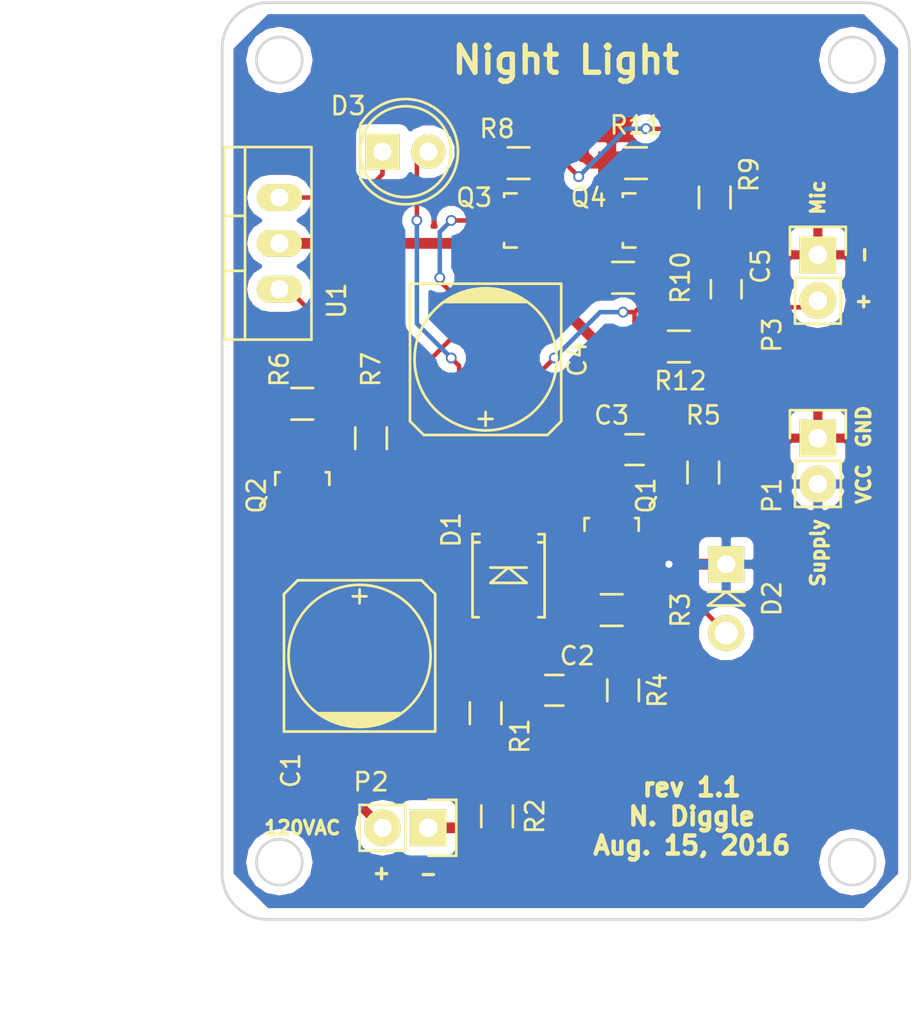
<source format=kicad_pcb>
(kicad_pcb (version 4) (host pcbnew 4.0.2-stable)

  (general
    (links 44)
    (no_connects 0)
    (area 101.524999 76.124999 139.775001 127.075001)
    (thickness 1.6)
    (drawings 25)
    (tracks 127)
    (zones 0)
    (modules 28)
    (nets 18)
  )

  (page A4)
  (layers
    (0 F.Cu signal)
    (31 B.Cu signal)
    (32 B.Adhes user)
    (33 F.Adhes user)
    (34 B.Paste user)
    (35 F.Paste user)
    (36 B.SilkS user)
    (37 F.SilkS user)
    (38 B.Mask user)
    (39 F.Mask user)
    (40 Dwgs.User user)
    (41 Cmts.User user)
    (42 Eco1.User user)
    (43 Eco2.User user)
    (44 Edge.Cuts user)
    (45 Margin user)
    (46 B.CrtYd user)
    (47 F.CrtYd user)
    (48 B.Fab user)
    (49 F.Fab user)
  )

  (setup
    (last_trace_width 0.25)
    (trace_clearance 0.2)
    (zone_clearance 0.508)
    (zone_45_only yes)
    (trace_min 0.2)
    (segment_width 0.2)
    (edge_width 0.15)
    (via_size 0.6)
    (via_drill 0.4)
    (via_min_size 0.4)
    (via_min_drill 0.3)
    (uvia_size 0.3)
    (uvia_drill 0.1)
    (uvias_allowed no)
    (uvia_min_size 0.2)
    (uvia_min_drill 0.1)
    (pcb_text_width 0.3)
    (pcb_text_size 1.5 1.5)
    (mod_edge_width 0.15)
    (mod_text_size 1 1)
    (mod_text_width 0.15)
    (pad_size 1.524 1.524)
    (pad_drill 0.762)
    (pad_to_mask_clearance 0.2)
    (aux_axis_origin 101.6 127)
    (visible_elements 7FFEFF7F)
    (pcbplotparams
      (layerselection 0x00030_80000001)
      (usegerberextensions false)
      (excludeedgelayer true)
      (linewidth 0.100000)
      (plotframeref false)
      (viasonmask false)
      (mode 1)
      (useauxorigin false)
      (hpglpennumber 1)
      (hpglpenspeed 20)
      (hpglpendiameter 15)
      (hpglpenoverlay 2)
      (psnegative false)
      (psa4output false)
      (plotreference true)
      (plotvalue true)
      (plotinvisibletext false)
      (padsonsilk false)
      (subtractmaskfromsilk false)
      (outputformat 4)
      (mirror false)
      (drillshape 0)
      (scaleselection 1)
      (outputdirectory C:/Users/user/Desktop/))
  )

  (net 0 "")
  (net 1 "Net-(C1-Pad1)")
  (net 2 120VAC+)
  (net 3 "Net-(C3-Pad1)")
  (net 4 "Net-(C3-Pad2)")
  (net 5 "Net-(C4-Pad1)")
  (net 6 "Net-(C4-Pad2)")
  (net 7 "Net-(C5-Pad1)")
  (net 8 MIC+)
  (net 9 VCC)
  (net 10 "Net-(D3-Pad1)")
  (net 11 120VAC-)
  (net 12 "Net-(Q2-Pad3)")
  (net 13 "Net-(Q3-Pad1)")
  (net 14 "Net-(Q3-Pad2)")
  (net 15 "Net-(Q4-Pad2)")
  (net 16 "Net-(D2-Pad2)")
  (net 17 GND)

  (net_class Default "This is the default net class."
    (clearance 0.2)
    (trace_width 0.25)
    (via_dia 0.6)
    (via_drill 0.4)
    (uvia_dia 0.3)
    (uvia_drill 0.1)
    (add_net MIC+)
    (add_net "Net-(C3-Pad2)")
    (add_net "Net-(C4-Pad1)")
    (add_net "Net-(C4-Pad2)")
    (add_net "Net-(C5-Pad1)")
    (add_net "Net-(D2-Pad2)")
    (add_net "Net-(D3-Pad1)")
    (add_net "Net-(Q2-Pad3)")
    (add_net "Net-(Q3-Pad1)")
    (add_net "Net-(Q3-Pad2)")
    (add_net "Net-(Q4-Pad2)")
  )

  (net_class "High Current" ""
    (clearance 0.2)
    (trace_width 0.6)
    (via_dia 0.6)
    (via_drill 0.4)
    (uvia_dia 0.3)
    (uvia_drill 0.1)
    (add_net 120VAC+)
    (add_net 120VAC-)
    (add_net GND)
    (add_net "Net-(C1-Pad1)")
    (add_net "Net-(C3-Pad1)")
    (add_net VCC)
  )

  (module Resistors_SMD:R_0805_HandSoldering (layer F.Cu) (tedit 54189DEE) (tstamp 57B1330D)
    (at 109.855 100.33 270)
    (descr "Resistor SMD 0805, hand soldering")
    (tags "resistor 0805")
    (path /57B1824F)
    (attr smd)
    (fp_text reference R7 (at -3.81 0 450) (layer F.SilkS)
      (effects (font (size 1 1) (thickness 0.15)))
    )
    (fp_text value R (at 0 2.1 270) (layer F.Fab)
      (effects (font (size 1 1) (thickness 0.15)))
    )
    (fp_line (start -2.4 -1) (end 2.4 -1) (layer F.CrtYd) (width 0.05))
    (fp_line (start -2.4 1) (end 2.4 1) (layer F.CrtYd) (width 0.05))
    (fp_line (start -2.4 -1) (end -2.4 1) (layer F.CrtYd) (width 0.05))
    (fp_line (start 2.4 -1) (end 2.4 1) (layer F.CrtYd) (width 0.05))
    (fp_line (start 0.6 0.875) (end -0.6 0.875) (layer F.SilkS) (width 0.15))
    (fp_line (start -0.6 -0.875) (end 0.6 -0.875) (layer F.SilkS) (width 0.15))
    (pad 1 smd rect (at -1.35 0 270) (size 1.5 1.3) (layers F.Cu F.Paste F.Mask)
      (net 6 "Net-(C4-Pad2)"))
    (pad 2 smd rect (at 1.35 0 270) (size 1.5 1.3) (layers F.Cu F.Paste F.Mask)
      (net 4 "Net-(C3-Pad2)"))
    (model Resistors_SMD.3dshapes/R_0805_HandSoldering.wrl
      (at (xyz 0 0 0))
      (scale (xyz 1 1 1))
      (rotate (xyz 0 0 0))
    )
  )

  (module TO_SOT_Packages_THT:TO-220_Neutral123_Vertical (layer F.Cu) (tedit 0) (tstamp 57B141B7)
    (at 104.775 89.535 90)
    (descr "TO-220, Neutral, Vertical,")
    (tags "TO-220, Neutral, Vertical,")
    (path /57B2CAB6)
    (fp_text reference U1 (at -3.175 3.175 90) (layer F.SilkS)
      (effects (font (size 1 1) (thickness 0.15)))
    )
    (fp_text value SCR (at 0 3.81 90) (layer F.Fab)
      (effects (font (size 1 1) (thickness 0.15)))
    )
    (fp_line (start -1.524 -3.048) (end -1.524 -1.905) (layer F.SilkS) (width 0.15))
    (fp_line (start 1.524 -3.048) (end 1.524 -1.905) (layer F.SilkS) (width 0.15))
    (fp_line (start 5.334 -1.905) (end 5.334 1.778) (layer F.SilkS) (width 0.15))
    (fp_line (start 5.334 1.778) (end -5.334 1.778) (layer F.SilkS) (width 0.15))
    (fp_line (start -5.334 1.778) (end -5.334 -1.905) (layer F.SilkS) (width 0.15))
    (fp_line (start 5.334 -3.048) (end 5.334 -1.905) (layer F.SilkS) (width 0.15))
    (fp_line (start 5.334 -1.905) (end -5.334 -1.905) (layer F.SilkS) (width 0.15))
    (fp_line (start -5.334 -1.905) (end -5.334 -3.048) (layer F.SilkS) (width 0.15))
    (fp_line (start 0 -3.048) (end -5.334 -3.048) (layer F.SilkS) (width 0.15))
    (fp_line (start 0 -3.048) (end 5.334 -3.048) (layer F.SilkS) (width 0.15))
    (pad 2 thru_hole oval (at 0 0 180) (size 2.49936 1.50114) (drill 1.00076) (layers *.Cu *.Mask F.SilkS)
      (net 3 "Net-(C3-Pad1)"))
    (pad 1 thru_hole oval (at -2.54 0 180) (size 2.49936 1.50114) (drill 1.00076) (layers *.Cu *.Mask F.SilkS)
      (net 12 "Net-(Q2-Pad3)"))
    (pad 3 thru_hole oval (at 2.54 0 180) (size 2.49936 1.50114) (drill 1.00076) (layers *.Cu *.Mask F.SilkS)
      (net 10 "Net-(D3-Pad1)"))
    (model TO_SOT_Packages_THT.3dshapes/TO-220_Neutral123_Vertical.wrl
      (at (xyz 0 0 0))
      (scale (xyz 0.3937 0.3937 0.3937))
      (rotate (xyz 0 0 0))
    )
  )

  (module Capacitors_SMD:c_elec_8x10 (layer F.Cu) (tedit 55729723) (tstamp 57B1328A)
    (at 109.22 112.395 90)
    (descr "SMT capacitor, aluminium electrolytic, 8x10")
    (path /57B1191A)
    (attr smd)
    (fp_text reference C1 (at -6.35 -3.81 90) (layer F.SilkS)
      (effects (font (size 1 1) (thickness 0.15)))
    )
    (fp_text value C (at 0 5.08 90) (layer F.Fab)
      (effects (font (size 1 1) (thickness 0.15)))
    )
    (fp_line (start -5.35 -4.55) (end 5.35 -4.55) (layer F.CrtYd) (width 0.05))
    (fp_line (start 5.35 -4.55) (end 5.35 4.55) (layer F.CrtYd) (width 0.05))
    (fp_line (start 5.35 4.55) (end -5.35 4.55) (layer F.CrtYd) (width 0.05))
    (fp_line (start -5.35 4.55) (end -5.35 -4.55) (layer F.CrtYd) (width 0.05))
    (fp_line (start -3.81 -1.016) (end -3.81 1.016) (layer F.SilkS) (width 0.15))
    (fp_line (start -3.683 1.397) (end -3.683 -1.397) (layer F.SilkS) (width 0.15))
    (fp_line (start -3.556 -1.651) (end -3.556 1.651) (layer F.SilkS) (width 0.15))
    (fp_line (start -3.429 1.905) (end -3.429 -1.905) (layer F.SilkS) (width 0.15))
    (fp_line (start -3.302 2.032) (end -3.302 -2.032) (layer F.SilkS) (width 0.15))
    (fp_line (start -3.175 -2.286) (end -3.175 2.286) (layer F.SilkS) (width 0.15))
    (fp_line (start -4.191 -4.191) (end -4.191 4.191) (layer F.SilkS) (width 0.15))
    (fp_line (start -4.191 4.191) (end 3.429 4.191) (layer F.SilkS) (width 0.15))
    (fp_line (start 3.429 4.191) (end 4.191 3.429) (layer F.SilkS) (width 0.15))
    (fp_line (start 4.191 3.429) (end 4.191 -3.429) (layer F.SilkS) (width 0.15))
    (fp_line (start 4.191 -3.429) (end 3.429 -4.191) (layer F.SilkS) (width 0.15))
    (fp_line (start 3.429 -4.191) (end -4.191 -4.191) (layer F.SilkS) (width 0.15))
    (fp_line (start 3.683 0) (end 2.921 0) (layer F.SilkS) (width 0.15))
    (fp_line (start 3.302 -0.381) (end 3.302 0.381) (layer F.SilkS) (width 0.15))
    (fp_circle (center 0 0) (end 3.937 0) (layer F.SilkS) (width 0.15))
    (pad 1 smd rect (at 3.2512 0 90) (size 3.50012 2.4003) (layers F.Cu F.Paste F.Mask)
      (net 1 "Net-(C1-Pad1)"))
    (pad 2 smd rect (at -3.2512 0 90) (size 3.50012 2.4003) (layers F.Cu F.Paste F.Mask)
      (net 2 120VAC+))
    (model Capacitors_SMD.3dshapes/c_elec_8x10.wrl
      (at (xyz 0 0 0))
      (scale (xyz 1 1 1))
      (rotate (xyz 0 0 0))
    )
  )

  (module Capacitors_SMD:C_0805 (layer F.Cu) (tedit 5415D6EA) (tstamp 57B13296)
    (at 124.46 100.965 180)
    (descr "Capacitor SMD 0805, reflow soldering, AVX (see smccp.pdf)")
    (tags "capacitor 0805")
    (path /57B119E9)
    (attr smd)
    (fp_text reference C3 (at 1.27 1.905 180) (layer F.SilkS)
      (effects (font (size 1 1) (thickness 0.15)))
    )
    (fp_text value C (at 0 2.1 180) (layer F.Fab)
      (effects (font (size 1 1) (thickness 0.15)))
    )
    (fp_line (start -1.8 -1) (end 1.8 -1) (layer F.CrtYd) (width 0.05))
    (fp_line (start -1.8 1) (end 1.8 1) (layer F.CrtYd) (width 0.05))
    (fp_line (start -1.8 -1) (end -1.8 1) (layer F.CrtYd) (width 0.05))
    (fp_line (start 1.8 -1) (end 1.8 1) (layer F.CrtYd) (width 0.05))
    (fp_line (start 0.5 -0.85) (end -0.5 -0.85) (layer F.SilkS) (width 0.15))
    (fp_line (start -0.5 0.85) (end 0.5 0.85) (layer F.SilkS) (width 0.15))
    (pad 1 smd rect (at -1 0 180) (size 1 1.25) (layers F.Cu F.Paste F.Mask)
      (net 3 "Net-(C3-Pad1)"))
    (pad 2 smd rect (at 1 0 180) (size 1 1.25) (layers F.Cu F.Paste F.Mask)
      (net 4 "Net-(C3-Pad2)"))
    (model Capacitors_SMD.3dshapes/C_0805.wrl
      (at (xyz 0 0 0))
      (scale (xyz 1 1 1))
      (rotate (xyz 0 0 0))
    )
  )

  (module Capacitors_SMD:c_elec_8x10 (layer F.Cu) (tedit 55729723) (tstamp 57B1329C)
    (at 116.205 95.9612 270)
    (descr "SMT capacitor, aluminium electrolytic, 8x10")
    (path /57B181E1)
    (attr smd)
    (fp_text reference C4 (at 0 -5.08 270) (layer F.SilkS)
      (effects (font (size 1 1) (thickness 0.15)))
    )
    (fp_text value CP (at 0 5.08 270) (layer F.Fab)
      (effects (font (size 1 1) (thickness 0.15)))
    )
    (fp_line (start -5.35 -4.55) (end 5.35 -4.55) (layer F.CrtYd) (width 0.05))
    (fp_line (start 5.35 -4.55) (end 5.35 4.55) (layer F.CrtYd) (width 0.05))
    (fp_line (start 5.35 4.55) (end -5.35 4.55) (layer F.CrtYd) (width 0.05))
    (fp_line (start -5.35 4.55) (end -5.35 -4.55) (layer F.CrtYd) (width 0.05))
    (fp_line (start -3.81 -1.016) (end -3.81 1.016) (layer F.SilkS) (width 0.15))
    (fp_line (start -3.683 1.397) (end -3.683 -1.397) (layer F.SilkS) (width 0.15))
    (fp_line (start -3.556 -1.651) (end -3.556 1.651) (layer F.SilkS) (width 0.15))
    (fp_line (start -3.429 1.905) (end -3.429 -1.905) (layer F.SilkS) (width 0.15))
    (fp_line (start -3.302 2.032) (end -3.302 -2.032) (layer F.SilkS) (width 0.15))
    (fp_line (start -3.175 -2.286) (end -3.175 2.286) (layer F.SilkS) (width 0.15))
    (fp_line (start -4.191 -4.191) (end -4.191 4.191) (layer F.SilkS) (width 0.15))
    (fp_line (start -4.191 4.191) (end 3.429 4.191) (layer F.SilkS) (width 0.15))
    (fp_line (start 3.429 4.191) (end 4.191 3.429) (layer F.SilkS) (width 0.15))
    (fp_line (start 4.191 3.429) (end 4.191 -3.429) (layer F.SilkS) (width 0.15))
    (fp_line (start 4.191 -3.429) (end 3.429 -4.191) (layer F.SilkS) (width 0.15))
    (fp_line (start 3.429 -4.191) (end -4.191 -4.191) (layer F.SilkS) (width 0.15))
    (fp_line (start 3.683 0) (end 2.921 0) (layer F.SilkS) (width 0.15))
    (fp_line (start 3.302 -0.381) (end 3.302 0.381) (layer F.SilkS) (width 0.15))
    (fp_circle (center 0 0) (end 3.937 0) (layer F.SilkS) (width 0.15))
    (pad 1 smd rect (at 3.2512 0 270) (size 3.50012 2.4003) (layers F.Cu F.Paste F.Mask)
      (net 5 "Net-(C4-Pad1)"))
    (pad 2 smd rect (at -3.2512 0 270) (size 3.50012 2.4003) (layers F.Cu F.Paste F.Mask)
      (net 6 "Net-(C4-Pad2)"))
    (model Capacitors_SMD.3dshapes/c_elec_8x10.wrl
      (at (xyz 0 0 0))
      (scale (xyz 1 1 1))
      (rotate (xyz 0 0 0))
    )
  )

  (module Diodes_SMD:SMB_Handsoldering (layer F.Cu) (tedit 57B133C3) (tstamp 57B132A8)
    (at 117.475 107.95 270)
    (descr "Diode SMB Handsoldering")
    (tags "Diode SMB Handsoldering")
    (path /57B11D05)
    (attr smd)
    (fp_text reference D1 (at -2.54 3.175 450) (layer F.SilkS)
      (effects (font (size 1 1) (thickness 0.15)))
    )
    (fp_text value ZENER (at 0.1 4.75 270) (layer F.Fab)
      (effects (font (size 1 1) (thickness 0.15)))
    )
    (fp_line (start -4.7 -2.25) (end 4.7 -2.25) (layer F.CrtYd) (width 0.05))
    (fp_line (start 4.7 -2.25) (end 4.7 2.25) (layer F.CrtYd) (width 0.05))
    (fp_line (start 4.7 2.25) (end -4.7 2.25) (layer F.CrtYd) (width 0.05))
    (fp_line (start -4.7 2.25) (end -4.7 -2.25) (layer F.CrtYd) (width 0.05))
    (fp_line (start -0.44958 0) (end 0.39878 -1.00076) (layer F.SilkS) (width 0.15))
    (fp_line (start 0.39878 -1.00076) (end 0.39878 1.00076) (layer F.SilkS) (width 0.15))
    (fp_line (start 0.39878 1.00076) (end -0.44958 0) (layer F.SilkS) (width 0.15))
    (fp_line (start -0.44958 0) (end -0.44958 1.00076) (layer F.SilkS) (width 0.15))
    (fp_line (start -0.44958 0) (end -0.44958 -1.00076) (layer F.SilkS) (width 0.15))
    (fp_text user K (at -3.81 2.54 270) (layer F.SilkS) hide
      (effects (font (size 1 1) (thickness 0.15)))
    )
    (fp_text user A (at 3.81 2.54 270) (layer F.SilkS) hide
      (effects (font (size 1 1) (thickness 0.15)))
    )
    (fp_line (start -2.30632 1.8) (end -2.30632 1.6002) (layer F.SilkS) (width 0.15))
    (fp_line (start -1.84928 1.8) (end -1.84928 1.601) (layer F.SilkS) (width 0.15))
    (fp_line (start 2.30124 1.8) (end 2.30124 1.651) (layer F.SilkS) (width 0.15))
    (fp_line (start -2.30124 -1.8) (end -2.30124 -1.651) (layer F.SilkS) (width 0.15))
    (fp_line (start -1.84928 -1.8) (end -1.84928 -1.651) (layer F.SilkS) (width 0.15))
    (fp_line (start 2.30124 -1.8) (end 2.30124 -1.651) (layer F.SilkS) (width 0.15))
    (fp_line (start -1.84928 1.94898) (end -1.84928 1.75086) (layer F.SilkS) (width 0.15))
    (fp_line (start -1.84928 -1.99898) (end -1.84928 -1.80086) (layer F.SilkS) (width 0.15))
    (fp_line (start 2.29616 1.99644) (end 2.29616 1.79832) (layer F.SilkS) (width 0.15))
    (fp_line (start -2.30632 1.99644) (end 2.29616 1.99644) (layer F.SilkS) (width 0.15))
    (fp_line (start -2.30632 1.99644) (end -2.30632 1.79832) (layer F.SilkS) (width 0.15))
    (fp_line (start -2.30124 -1.99898) (end -2.30124 -1.80086) (layer F.SilkS) (width 0.15))
    (fp_line (start -2.30124 -1.99898) (end 2.30124 -1.99898) (layer F.SilkS) (width 0.15))
    (fp_line (start 2.30124 -1.99898) (end 2.30124 -1.80086) (layer F.SilkS) (width 0.15))
    (pad 1 smd rect (at -2.70002 0 270) (size 3.50012 2.30124) (layers F.Cu F.Paste F.Mask)
      (net 1 "Net-(C1-Pad1)"))
    (pad 2 smd rect (at 2.70002 0 270) (size 3.50012 2.30124) (layers F.Cu F.Paste F.Mask)
      (net 17 GND))
    (model Diodes_SMD.3dshapes/SMB_Handsoldering.wrl
      (at (xyz 0 0 0))
      (scale (xyz 0.3937 0.3937 0.3937))
      (rotate (xyz 0 0 180))
    )
  )

  (module LEDs:LED-5MM (layer F.Cu) (tedit 57B133BC) (tstamp 57B132B5)
    (at 110.49 84.455)
    (descr "LED 5mm round vertical")
    (tags "LED 5mm round vertical")
    (path /57B16132)
    (fp_text reference D3 (at -1.905 -2.54) (layer F.SilkS)
      (effects (font (size 1 1) (thickness 0.15)))
    )
    (fp_text value LED (at 1.524 -3.937) (layer F.Fab)
      (effects (font (size 1 1) (thickness 0.15)))
    )
    (fp_line (start -1.5 -1.55) (end -1.5 1.55) (layer F.CrtYd) (width 0.05))
    (fp_arc (start 1.3 0) (end -1.5 1.55) (angle -302) (layer F.CrtYd) (width 0.05))
    (fp_arc (start 1.27 0) (end -1.23 -1.5) (angle 297.5) (layer F.SilkS) (width 0.15))
    (fp_line (start -1.23 1.5) (end -1.23 -1.5) (layer F.SilkS) (width 0.15))
    (fp_circle (center 1.27 0) (end 0.97 -2.5) (layer F.SilkS) (width 0.15))
    (fp_text user K (at -1.905 1.905) (layer F.SilkS) hide
      (effects (font (size 1 1) (thickness 0.15)))
    )
    (pad 1 thru_hole rect (at 0 0 90) (size 2 1.9) (drill 1.00076) (layers *.Cu *.Mask F.SilkS)
      (net 10 "Net-(D3-Pad1)"))
    (pad 2 thru_hole circle (at 2.54 0) (size 1.9 1.9) (drill 1.00076) (layers *.Cu *.Mask F.SilkS)
      (net 4 "Net-(C3-Pad2)"))
    (model LEDs.3dshapes/LED-5MM.wrl
      (at (xyz 0.05 0 0))
      (scale (xyz 1 1 1))
      (rotate (xyz 0 0 90))
    )
  )

  (module Pin_Headers:Pin_Header_Straight_1x02 (layer F.Cu) (tedit 54EA090C) (tstamp 57B132BB)
    (at 134.62 100.33)
    (descr "Through hole pin header")
    (tags "pin header")
    (path /57B20746)
    (fp_text reference P1 (at -2.54 3.175 90) (layer F.SilkS)
      (effects (font (size 1 1) (thickness 0.15)))
    )
    (fp_text value CONN_01X02 (at 0 -3.1) (layer F.Fab)
      (effects (font (size 1 1) (thickness 0.15)))
    )
    (fp_line (start 1.27 1.27) (end 1.27 3.81) (layer F.SilkS) (width 0.15))
    (fp_line (start 1.55 -1.55) (end 1.55 0) (layer F.SilkS) (width 0.15))
    (fp_line (start -1.75 -1.75) (end -1.75 4.3) (layer F.CrtYd) (width 0.05))
    (fp_line (start 1.75 -1.75) (end 1.75 4.3) (layer F.CrtYd) (width 0.05))
    (fp_line (start -1.75 -1.75) (end 1.75 -1.75) (layer F.CrtYd) (width 0.05))
    (fp_line (start -1.75 4.3) (end 1.75 4.3) (layer F.CrtYd) (width 0.05))
    (fp_line (start 1.27 1.27) (end -1.27 1.27) (layer F.SilkS) (width 0.15))
    (fp_line (start -1.55 0) (end -1.55 -1.55) (layer F.SilkS) (width 0.15))
    (fp_line (start -1.55 -1.55) (end 1.55 -1.55) (layer F.SilkS) (width 0.15))
    (fp_line (start -1.27 1.27) (end -1.27 3.81) (layer F.SilkS) (width 0.15))
    (fp_line (start -1.27 3.81) (end 1.27 3.81) (layer F.SilkS) (width 0.15))
    (pad 1 thru_hole rect (at 0 0) (size 2.032 2.032) (drill 1.016) (layers *.Cu *.Mask F.SilkS)
      (net 17 GND))
    (pad 2 thru_hole oval (at 0 2.54) (size 2.032 2.032) (drill 1.016) (layers *.Cu *.Mask F.SilkS)
      (net 9 VCC))
    (model Pin_Headers.3dshapes/Pin_Header_Straight_1x02.wrl
      (at (xyz 0 -0.05 0))
      (scale (xyz 1 1 1))
      (rotate (xyz 0 0 90))
    )
  )

  (module Pin_Headers:Pin_Header_Straight_1x02 (layer F.Cu) (tedit 54EA090C) (tstamp 57B132C1)
    (at 113.03 121.92 270)
    (descr "Through hole pin header")
    (tags "pin header")
    (path /57B20869)
    (fp_text reference P2 (at -2.54 3.175 360) (layer F.SilkS)
      (effects (font (size 1 1) (thickness 0.15)))
    )
    (fp_text value CONN_01X02 (at 0 -3.1 270) (layer F.Fab)
      (effects (font (size 1 1) (thickness 0.15)))
    )
    (fp_line (start 1.27 1.27) (end 1.27 3.81) (layer F.SilkS) (width 0.15))
    (fp_line (start 1.55 -1.55) (end 1.55 0) (layer F.SilkS) (width 0.15))
    (fp_line (start -1.75 -1.75) (end -1.75 4.3) (layer F.CrtYd) (width 0.05))
    (fp_line (start 1.75 -1.75) (end 1.75 4.3) (layer F.CrtYd) (width 0.05))
    (fp_line (start -1.75 -1.75) (end 1.75 -1.75) (layer F.CrtYd) (width 0.05))
    (fp_line (start -1.75 4.3) (end 1.75 4.3) (layer F.CrtYd) (width 0.05))
    (fp_line (start 1.27 1.27) (end -1.27 1.27) (layer F.SilkS) (width 0.15))
    (fp_line (start -1.55 0) (end -1.55 -1.55) (layer F.SilkS) (width 0.15))
    (fp_line (start -1.55 -1.55) (end 1.55 -1.55) (layer F.SilkS) (width 0.15))
    (fp_line (start -1.27 1.27) (end -1.27 3.81) (layer F.SilkS) (width 0.15))
    (fp_line (start -1.27 3.81) (end 1.27 3.81) (layer F.SilkS) (width 0.15))
    (pad 1 thru_hole rect (at 0 0 270) (size 2.032 2.032) (drill 1.016) (layers *.Cu *.Mask F.SilkS)
      (net 11 120VAC-))
    (pad 2 thru_hole oval (at 0 2.54 270) (size 2.032 2.032) (drill 1.016) (layers *.Cu *.Mask F.SilkS)
      (net 2 120VAC+))
    (model Pin_Headers.3dshapes/Pin_Header_Straight_1x02.wrl
      (at (xyz 0 -0.05 0))
      (scale (xyz 1 1 1))
      (rotate (xyz 0 0 90))
    )
  )

  (module Pin_Headers:Pin_Header_Straight_1x02 (layer F.Cu) (tedit 54EA090C) (tstamp 57B132C7)
    (at 134.62 90.17)
    (descr "Through hole pin header")
    (tags "pin header")
    (path /57B208F5)
    (fp_text reference P3 (at -2.54 4.445 90) (layer F.SilkS)
      (effects (font (size 1 1) (thickness 0.15)))
    )
    (fp_text value CONN_01X02 (at 0 -3.1) (layer F.Fab)
      (effects (font (size 1 1) (thickness 0.15)))
    )
    (fp_line (start 1.27 1.27) (end 1.27 3.81) (layer F.SilkS) (width 0.15))
    (fp_line (start 1.55 -1.55) (end 1.55 0) (layer F.SilkS) (width 0.15))
    (fp_line (start -1.75 -1.75) (end -1.75 4.3) (layer F.CrtYd) (width 0.05))
    (fp_line (start 1.75 -1.75) (end 1.75 4.3) (layer F.CrtYd) (width 0.05))
    (fp_line (start -1.75 -1.75) (end 1.75 -1.75) (layer F.CrtYd) (width 0.05))
    (fp_line (start -1.75 4.3) (end 1.75 4.3) (layer F.CrtYd) (width 0.05))
    (fp_line (start 1.27 1.27) (end -1.27 1.27) (layer F.SilkS) (width 0.15))
    (fp_line (start -1.55 0) (end -1.55 -1.55) (layer F.SilkS) (width 0.15))
    (fp_line (start -1.55 -1.55) (end 1.55 -1.55) (layer F.SilkS) (width 0.15))
    (fp_line (start -1.27 1.27) (end -1.27 3.81) (layer F.SilkS) (width 0.15))
    (fp_line (start -1.27 3.81) (end 1.27 3.81) (layer F.SilkS) (width 0.15))
    (pad 1 thru_hole rect (at 0 0) (size 2.032 2.032) (drill 1.016) (layers *.Cu *.Mask F.SilkS)
      (net 17 GND))
    (pad 2 thru_hole oval (at 0 2.54) (size 2.032 2.032) (drill 1.016) (layers *.Cu *.Mask F.SilkS)
      (net 8 MIC+))
    (model Pin_Headers.3dshapes/Pin_Header_Straight_1x02.wrl
      (at (xyz 0 -0.05 0))
      (scale (xyz 1 1 1))
      (rotate (xyz 0 0 90))
    )
  )

  (module TO_SOT_Packages_SMD:SOT-23_Handsoldering (layer F.Cu) (tedit 54E9291B) (tstamp 57B132CE)
    (at 123.19 105.41)
    (descr "SOT-23, Handsoldering")
    (tags SOT-23)
    (path /57B1173F)
    (attr smd)
    (fp_text reference Q1 (at 1.905 -1.905 90) (layer F.SilkS)
      (effects (font (size 1 1) (thickness 0.15)))
    )
    (fp_text value MMBT3906 (at 0 3.81) (layer F.Fab)
      (effects (font (size 1 1) (thickness 0.15)))
    )
    (fp_line (start -1.49982 0.0508) (end -1.49982 -0.65024) (layer F.SilkS) (width 0.15))
    (fp_line (start -1.49982 -0.65024) (end -1.2509 -0.65024) (layer F.SilkS) (width 0.15))
    (fp_line (start 1.29916 -0.65024) (end 1.49982 -0.65024) (layer F.SilkS) (width 0.15))
    (fp_line (start 1.49982 -0.65024) (end 1.49982 0.0508) (layer F.SilkS) (width 0.15))
    (pad 1 smd rect (at -0.95 1.50114) (size 0.8001 1.80086) (layers F.Cu F.Paste F.Mask)
      (net 1 "Net-(C1-Pad1)"))
    (pad 2 smd rect (at 0.95 1.50114) (size 0.8001 1.80086) (layers F.Cu F.Paste F.Mask)
      (net 9 VCC))
    (pad 3 smd rect (at 0 -1.50114) (size 0.8001 1.80086) (layers F.Cu F.Paste F.Mask)
      (net 4 "Net-(C3-Pad2)"))
    (model TO_SOT_Packages_SMD.3dshapes/SOT-23_Handsoldering.wrl
      (at (xyz 0 0 0))
      (scale (xyz 1 1 1))
      (rotate (xyz 0 0 0))
    )
  )

  (module TO_SOT_Packages_SMD:SOT-23_Handsoldering (layer F.Cu) (tedit 54E9291B) (tstamp 57B132D5)
    (at 106.045 102.87)
    (descr "SOT-23, Handsoldering")
    (tags SOT-23)
    (path /57B117DE)
    (attr smd)
    (fp_text reference Q2 (at -2.54 0.635 90) (layer F.SilkS)
      (effects (font (size 1 1) (thickness 0.15)))
    )
    (fp_text value MMBT3906 (at 0 3.81) (layer F.Fab)
      (effects (font (size 1 1) (thickness 0.15)))
    )
    (fp_line (start -1.49982 0.0508) (end -1.49982 -0.65024) (layer F.SilkS) (width 0.15))
    (fp_line (start -1.49982 -0.65024) (end -1.2509 -0.65024) (layer F.SilkS) (width 0.15))
    (fp_line (start 1.29916 -0.65024) (end 1.49982 -0.65024) (layer F.SilkS) (width 0.15))
    (fp_line (start 1.49982 -0.65024) (end 1.49982 0.0508) (layer F.SilkS) (width 0.15))
    (pad 1 smd rect (at -0.95 1.50114) (size 0.8001 1.80086) (layers F.Cu F.Paste F.Mask)
      (net 5 "Net-(C4-Pad1)"))
    (pad 2 smd rect (at 0.95 1.50114) (size 0.8001 1.80086) (layers F.Cu F.Paste F.Mask)
      (net 4 "Net-(C3-Pad2)"))
    (pad 3 smd rect (at 0 -1.50114) (size 0.8001 1.80086) (layers F.Cu F.Paste F.Mask)
      (net 12 "Net-(Q2-Pad3)"))
    (model TO_SOT_Packages_SMD.3dshapes/SOT-23_Handsoldering.wrl
      (at (xyz 0 0 0))
      (scale (xyz 1 1 1))
      (rotate (xyz 0 0 0))
    )
  )

  (module TO_SOT_Packages_SMD:SOT-23_Handsoldering (layer F.Cu) (tedit 54E9291B) (tstamp 57B132DC)
    (at 117.87886 88.265 90)
    (descr "SOT-23, Handsoldering")
    (tags SOT-23)
    (path /57B117F7)
    (attr smd)
    (fp_text reference Q3 (at 1.27 -2.30886 180) (layer F.SilkS)
      (effects (font (size 1 1) (thickness 0.15)))
    )
    (fp_text value MMBT3904 (at 0 3.81 90) (layer F.Fab)
      (effects (font (size 1 1) (thickness 0.15)))
    )
    (fp_line (start -1.49982 0.0508) (end -1.49982 -0.65024) (layer F.SilkS) (width 0.15))
    (fp_line (start -1.49982 -0.65024) (end -1.2509 -0.65024) (layer F.SilkS) (width 0.15))
    (fp_line (start 1.29916 -0.65024) (end 1.49982 -0.65024) (layer F.SilkS) (width 0.15))
    (fp_line (start 1.49982 -0.65024) (end 1.49982 0.0508) (layer F.SilkS) (width 0.15))
    (pad 1 smd rect (at -0.95 1.50114 90) (size 0.8001 1.80086) (layers F.Cu F.Paste F.Mask)
      (net 13 "Net-(Q3-Pad1)"))
    (pad 2 smd rect (at 0.95 1.50114 90) (size 0.8001 1.80086) (layers F.Cu F.Paste F.Mask)
      (net 14 "Net-(Q3-Pad2)"))
    (pad 3 smd rect (at 0 -1.50114 90) (size 0.8001 1.80086) (layers F.Cu F.Paste F.Mask)
      (net 6 "Net-(C4-Pad2)"))
    (model TO_SOT_Packages_SMD.3dshapes/SOT-23_Handsoldering.wrl
      (at (xyz 0 0 0))
      (scale (xyz 1 1 1))
      (rotate (xyz 0 0 0))
    )
  )

  (module TO_SOT_Packages_SMD:SOT-23_Handsoldering (layer F.Cu) (tedit 54E9291B) (tstamp 57B132E3)
    (at 124.46 88.265 90)
    (descr "SOT-23, Handsoldering")
    (tags SOT-23)
    (path /57B1188B)
    (attr smd)
    (fp_text reference Q4 (at 1.27 -2.54 180) (layer F.SilkS)
      (effects (font (size 1 1) (thickness 0.15)))
    )
    (fp_text value MMBT3904 (at 0 3.81 90) (layer F.Fab)
      (effects (font (size 1 1) (thickness 0.15)))
    )
    (fp_line (start -1.49982 0.0508) (end -1.49982 -0.65024) (layer F.SilkS) (width 0.15))
    (fp_line (start -1.49982 -0.65024) (end -1.2509 -0.65024) (layer F.SilkS) (width 0.15))
    (fp_line (start 1.29916 -0.65024) (end 1.49982 -0.65024) (layer F.SilkS) (width 0.15))
    (fp_line (start 1.49982 -0.65024) (end 1.49982 0.0508) (layer F.SilkS) (width 0.15))
    (pad 1 smd rect (at -0.95 1.50114 90) (size 0.8001 1.80086) (layers F.Cu F.Paste F.Mask)
      (net 7 "Net-(C5-Pad1)"))
    (pad 2 smd rect (at 0.95 1.50114 90) (size 0.8001 1.80086) (layers F.Cu F.Paste F.Mask)
      (net 15 "Net-(Q4-Pad2)"))
    (pad 3 smd rect (at 0 -1.50114 90) (size 0.8001 1.80086) (layers F.Cu F.Paste F.Mask)
      (net 13 "Net-(Q3-Pad1)"))
    (model TO_SOT_Packages_SMD.3dshapes/SOT-23_Handsoldering.wrl
      (at (xyz 0 0 0))
      (scale (xyz 1 1 1))
      (rotate (xyz 0 0 0))
    )
  )

  (module Resistors_SMD:R_0805_HandSoldering (layer F.Cu) (tedit 54189DEE) (tstamp 57B132E9)
    (at 116.205 115.57 270)
    (descr "Resistor SMD 0805, hand soldering")
    (tags "resistor 0805")
    (path /57B11AEC)
    (attr smd)
    (fp_text reference R1 (at 1.27 -1.905 270) (layer F.SilkS)
      (effects (font (size 1 1) (thickness 0.15)))
    )
    (fp_text value R (at 0 2.1 270) (layer F.Fab)
      (effects (font (size 1 1) (thickness 0.15)))
    )
    (fp_line (start -2.4 -1) (end 2.4 -1) (layer F.CrtYd) (width 0.05))
    (fp_line (start -2.4 1) (end 2.4 1) (layer F.CrtYd) (width 0.05))
    (fp_line (start -2.4 -1) (end -2.4 1) (layer F.CrtYd) (width 0.05))
    (fp_line (start 2.4 -1) (end 2.4 1) (layer F.CrtYd) (width 0.05))
    (fp_line (start 0.6 0.875) (end -0.6 0.875) (layer F.SilkS) (width 0.15))
    (fp_line (start -0.6 -0.875) (end 0.6 -0.875) (layer F.SilkS) (width 0.15))
    (pad 1 smd rect (at -1.35 0 270) (size 1.5 1.3) (layers F.Cu F.Paste F.Mask)
      (net 1 "Net-(C1-Pad1)"))
    (pad 2 smd rect (at 1.35 0 270) (size 1.5 1.3) (layers F.Cu F.Paste F.Mask)
      (net 2 120VAC+))
    (model Resistors_SMD.3dshapes/R_0805_HandSoldering.wrl
      (at (xyz 0 0 0))
      (scale (xyz 1 1 1))
      (rotate (xyz 0 0 0))
    )
  )

  (module Resistors_SMD:R_0805_HandSoldering (layer F.Cu) (tedit 54189DEE) (tstamp 57B132EF)
    (at 116.84 121.285 270)
    (descr "Resistor SMD 0805, hand soldering")
    (tags "resistor 0805")
    (path /57B11B73)
    (attr smd)
    (fp_text reference R2 (at 0 -2.1 270) (layer F.SilkS)
      (effects (font (size 1 1) (thickness 0.15)))
    )
    (fp_text value R (at 0 2.1 270) (layer F.Fab)
      (effects (font (size 1 1) (thickness 0.15)))
    )
    (fp_line (start -2.4 -1) (end 2.4 -1) (layer F.CrtYd) (width 0.05))
    (fp_line (start -2.4 1) (end 2.4 1) (layer F.CrtYd) (width 0.05))
    (fp_line (start -2.4 -1) (end -2.4 1) (layer F.CrtYd) (width 0.05))
    (fp_line (start 2.4 -1) (end 2.4 1) (layer F.CrtYd) (width 0.05))
    (fp_line (start 0.6 0.875) (end -0.6 0.875) (layer F.SilkS) (width 0.15))
    (fp_line (start -0.6 -0.875) (end 0.6 -0.875) (layer F.SilkS) (width 0.15))
    (pad 1 smd rect (at -1.35 0 270) (size 1.5 1.3) (layers F.Cu F.Paste F.Mask)
      (net 17 GND))
    (pad 2 smd rect (at 1.35 0 270) (size 1.5 1.3) (layers F.Cu F.Paste F.Mask)
      (net 11 120VAC-))
    (model Resistors_SMD.3dshapes/R_0805_HandSoldering.wrl
      (at (xyz 0 0 0))
      (scale (xyz 1 1 1))
      (rotate (xyz 0 0 0))
    )
  )

  (module Resistors_SMD:R_0805_HandSoldering (layer F.Cu) (tedit 54189DEE) (tstamp 57B132F5)
    (at 123.19 109.855)
    (descr "Resistor SMD 0805, hand soldering")
    (tags "resistor 0805")
    (path /57B128AF)
    (attr smd)
    (fp_text reference R3 (at 3.81 0 90) (layer F.SilkS)
      (effects (font (size 1 1) (thickness 0.15)))
    )
    (fp_text value R (at 0 2.1) (layer F.Fab)
      (effects (font (size 1 1) (thickness 0.15)))
    )
    (fp_line (start -2.4 -1) (end 2.4 -1) (layer F.CrtYd) (width 0.05))
    (fp_line (start -2.4 1) (end 2.4 1) (layer F.CrtYd) (width 0.05))
    (fp_line (start -2.4 -1) (end -2.4 1) (layer F.CrtYd) (width 0.05))
    (fp_line (start 2.4 -1) (end 2.4 1) (layer F.CrtYd) (width 0.05))
    (fp_line (start 0.6 0.875) (end -0.6 0.875) (layer F.SilkS) (width 0.15))
    (fp_line (start -0.6 -0.875) (end 0.6 -0.875) (layer F.SilkS) (width 0.15))
    (pad 1 smd rect (at -1.35 0) (size 1.5 1.3) (layers F.Cu F.Paste F.Mask)
      (net 1 "Net-(C1-Pad1)"))
    (pad 2 smd rect (at 1.35 0) (size 1.5 1.3) (layers F.Cu F.Paste F.Mask)
      (net 16 "Net-(D2-Pad2)"))
    (model Resistors_SMD.3dshapes/R_0805_HandSoldering.wrl
      (at (xyz 0 0 0))
      (scale (xyz 1 1 1))
      (rotate (xyz 0 0 0))
    )
  )

  (module Resistors_SMD:R_0805_HandSoldering (layer F.Cu) (tedit 54189DEE) (tstamp 57B132FB)
    (at 123.825 114.3 90)
    (descr "Resistor SMD 0805, hand soldering")
    (tags "resistor 0805")
    (path /57B1291E)
    (attr smd)
    (fp_text reference R4 (at 0 1.905 90) (layer F.SilkS)
      (effects (font (size 1 1) (thickness 0.15)))
    )
    (fp_text value R (at 0 2.1 90) (layer F.Fab)
      (effects (font (size 1 1) (thickness 0.15)))
    )
    (fp_line (start -2.4 -1) (end 2.4 -1) (layer F.CrtYd) (width 0.05))
    (fp_line (start -2.4 1) (end 2.4 1) (layer F.CrtYd) (width 0.05))
    (fp_line (start -2.4 -1) (end -2.4 1) (layer F.CrtYd) (width 0.05))
    (fp_line (start 2.4 -1) (end 2.4 1) (layer F.CrtYd) (width 0.05))
    (fp_line (start 0.6 0.875) (end -0.6 0.875) (layer F.SilkS) (width 0.15))
    (fp_line (start -0.6 -0.875) (end 0.6 -0.875) (layer F.SilkS) (width 0.15))
    (pad 1 smd rect (at -1.35 0 90) (size 1.5 1.3) (layers F.Cu F.Paste F.Mask)
      (net 17 GND))
    (pad 2 smd rect (at 1.35 0 90) (size 1.5 1.3) (layers F.Cu F.Paste F.Mask)
      (net 1 "Net-(C1-Pad1)"))
    (model Resistors_SMD.3dshapes/R_0805_HandSoldering.wrl
      (at (xyz 0 0 0))
      (scale (xyz 1 1 1))
      (rotate (xyz 0 0 0))
    )
  )

  (module Resistors_SMD:R_0805_HandSoldering (layer F.Cu) (tedit 54189DEE) (tstamp 57B13301)
    (at 128.27 102.235 90)
    (descr "Resistor SMD 0805, hand soldering")
    (tags "resistor 0805")
    (path /57B16B81)
    (attr smd)
    (fp_text reference R5 (at 3.175 0 180) (layer F.SilkS)
      (effects (font (size 1 1) (thickness 0.15)))
    )
    (fp_text value R (at 0 2.1 90) (layer F.Fab)
      (effects (font (size 1 1) (thickness 0.15)))
    )
    (fp_line (start -2.4 -1) (end 2.4 -1) (layer F.CrtYd) (width 0.05))
    (fp_line (start -2.4 1) (end 2.4 1) (layer F.CrtYd) (width 0.05))
    (fp_line (start -2.4 -1) (end -2.4 1) (layer F.CrtYd) (width 0.05))
    (fp_line (start 2.4 -1) (end 2.4 1) (layer F.CrtYd) (width 0.05))
    (fp_line (start 0.6 0.875) (end -0.6 0.875) (layer F.SilkS) (width 0.15))
    (fp_line (start -0.6 -0.875) (end 0.6 -0.875) (layer F.SilkS) (width 0.15))
    (pad 1 smd rect (at -1.35 0 90) (size 1.5 1.3) (layers F.Cu F.Paste F.Mask)
      (net 17 GND))
    (pad 2 smd rect (at 1.35 0 90) (size 1.5 1.3) (layers F.Cu F.Paste F.Mask)
      (net 3 "Net-(C3-Pad1)"))
    (model Resistors_SMD.3dshapes/R_0805_HandSoldering.wrl
      (at (xyz 0 0 0))
      (scale (xyz 1 1 1))
      (rotate (xyz 0 0 0))
    )
  )

  (module Resistors_SMD:R_0805_HandSoldering (layer F.Cu) (tedit 54189DEE) (tstamp 57B13307)
    (at 106.045 98.425)
    (descr "Resistor SMD 0805, hand soldering")
    (tags "resistor 0805")
    (path /57B16BFB)
    (attr smd)
    (fp_text reference R6 (at -1.27 -1.905 90) (layer F.SilkS)
      (effects (font (size 1 1) (thickness 0.15)))
    )
    (fp_text value R (at 0 2.1) (layer F.Fab)
      (effects (font (size 1 1) (thickness 0.15)))
    )
    (fp_line (start -2.4 -1) (end 2.4 -1) (layer F.CrtYd) (width 0.05))
    (fp_line (start -2.4 1) (end 2.4 1) (layer F.CrtYd) (width 0.05))
    (fp_line (start -2.4 -1) (end -2.4 1) (layer F.CrtYd) (width 0.05))
    (fp_line (start 2.4 -1) (end 2.4 1) (layer F.CrtYd) (width 0.05))
    (fp_line (start 0.6 0.875) (end -0.6 0.875) (layer F.SilkS) (width 0.15))
    (fp_line (start -0.6 -0.875) (end 0.6 -0.875) (layer F.SilkS) (width 0.15))
    (pad 1 smd rect (at -1.35 0) (size 1.5 1.3) (layers F.Cu F.Paste F.Mask)
      (net 17 GND))
    (pad 2 smd rect (at 1.35 0) (size 1.5 1.3) (layers F.Cu F.Paste F.Mask)
      (net 12 "Net-(Q2-Pad3)"))
    (model Resistors_SMD.3dshapes/R_0805_HandSoldering.wrl
      (at (xyz 0 0 0))
      (scale (xyz 1 1 1))
      (rotate (xyz 0 0 0))
    )
  )

  (module Resistors_SMD:R_0805_HandSoldering (layer F.Cu) (tedit 54189DEE) (tstamp 57B13313)
    (at 118.03 85.09)
    (descr "Resistor SMD 0805, hand soldering")
    (tags "resistor 0805")
    (path /57B1B0A4)
    (attr smd)
    (fp_text reference R8 (at -1.19 -1.905) (layer F.SilkS)
      (effects (font (size 1 1) (thickness 0.15)))
    )
    (fp_text value R (at 0 2.1) (layer F.Fab)
      (effects (font (size 1 1) (thickness 0.15)))
    )
    (fp_line (start -2.4 -1) (end 2.4 -1) (layer F.CrtYd) (width 0.05))
    (fp_line (start -2.4 1) (end 2.4 1) (layer F.CrtYd) (width 0.05))
    (fp_line (start -2.4 -1) (end -2.4 1) (layer F.CrtYd) (width 0.05))
    (fp_line (start 2.4 -1) (end 2.4 1) (layer F.CrtYd) (width 0.05))
    (fp_line (start 0.6 0.875) (end -0.6 0.875) (layer F.SilkS) (width 0.15))
    (fp_line (start -0.6 -0.875) (end 0.6 -0.875) (layer F.SilkS) (width 0.15))
    (pad 1 smd rect (at -1.35 0) (size 1.5 1.3) (layers F.Cu F.Paste F.Mask)
      (net 17 GND))
    (pad 2 smd rect (at 1.35 0) (size 1.5 1.3) (layers F.Cu F.Paste F.Mask)
      (net 14 "Net-(Q3-Pad2)"))
    (model Resistors_SMD.3dshapes/R_0805_HandSoldering.wrl
      (at (xyz 0 0 0))
      (scale (xyz 1 1 1))
      (rotate (xyz 0 0 0))
    )
  )

  (module Resistors_SMD:R_0805_HandSoldering (layer F.Cu) (tedit 54189DEE) (tstamp 57B13319)
    (at 128.905 86.995 270)
    (descr "Resistor SMD 0805, hand soldering")
    (tags "resistor 0805")
    (path /57B1B17F)
    (attr smd)
    (fp_text reference R9 (at -1.27 -1.905 270) (layer F.SilkS)
      (effects (font (size 1 1) (thickness 0.15)))
    )
    (fp_text value R (at 0 2.1 270) (layer F.Fab)
      (effects (font (size 1 1) (thickness 0.15)))
    )
    (fp_line (start -2.4 -1) (end 2.4 -1) (layer F.CrtYd) (width 0.05))
    (fp_line (start -2.4 1) (end 2.4 1) (layer F.CrtYd) (width 0.05))
    (fp_line (start -2.4 -1) (end -2.4 1) (layer F.CrtYd) (width 0.05))
    (fp_line (start 2.4 -1) (end 2.4 1) (layer F.CrtYd) (width 0.05))
    (fp_line (start 0.6 0.875) (end -0.6 0.875) (layer F.SilkS) (width 0.15))
    (fp_line (start -0.6 -0.875) (end 0.6 -0.875) (layer F.SilkS) (width 0.15))
    (pad 1 smd rect (at -1.35 0 270) (size 1.5 1.3) (layers F.Cu F.Paste F.Mask)
      (net 14 "Net-(Q3-Pad2)"))
    (pad 2 smd rect (at 1.35 0 270) (size 1.5 1.3) (layers F.Cu F.Paste F.Mask)
      (net 7 "Net-(C5-Pad1)"))
    (model Resistors_SMD.3dshapes/R_0805_HandSoldering.wrl
      (at (xyz 0 0 0))
      (scale (xyz 1 1 1))
      (rotate (xyz 0 0 0))
    )
  )

  (module Resistors_SMD:R_0805_HandSoldering (layer F.Cu) (tedit 54189DEE) (tstamp 57B1331F)
    (at 123.825 91.44)
    (descr "Resistor SMD 0805, hand soldering")
    (tags "resistor 0805")
    (path /57B19A8F)
    (attr smd)
    (fp_text reference R10 (at 3.175 0 90) (layer F.SilkS)
      (effects (font (size 1 1) (thickness 0.15)))
    )
    (fp_text value R (at 0 2.1) (layer F.Fab)
      (effects (font (size 1 1) (thickness 0.15)))
    )
    (fp_line (start -2.4 -1) (end 2.4 -1) (layer F.CrtYd) (width 0.05))
    (fp_line (start -2.4 1) (end 2.4 1) (layer F.CrtYd) (width 0.05))
    (fp_line (start -2.4 -1) (end -2.4 1) (layer F.CrtYd) (width 0.05))
    (fp_line (start 2.4 -1) (end 2.4 1) (layer F.CrtYd) (width 0.05))
    (fp_line (start 0.6 0.875) (end -0.6 0.875) (layer F.SilkS) (width 0.15))
    (fp_line (start -0.6 -0.875) (end 0.6 -0.875) (layer F.SilkS) (width 0.15))
    (pad 1 smd rect (at -1.35 0) (size 1.5 1.3) (layers F.Cu F.Paste F.Mask)
      (net 13 "Net-(Q3-Pad1)"))
    (pad 2 smd rect (at 1.35 0) (size 1.5 1.3) (layers F.Cu F.Paste F.Mask)
      (net 4 "Net-(C3-Pad2)"))
    (model Resistors_SMD.3dshapes/R_0805_HandSoldering.wrl
      (at (xyz 0 0 0))
      (scale (xyz 1 1 1))
      (rotate (xyz 0 0 0))
    )
  )

  (module Resistors_SMD:R_0805_HandSoldering (layer F.Cu) (tedit 54189DEE) (tstamp 57B13325)
    (at 126.92 95.25 180)
    (descr "Resistor SMD 0805, hand soldering")
    (tags "resistor 0805")
    (path /57B1C262)
    (attr smd)
    (fp_text reference R12 (at -0.08 -1.905 360) (layer F.SilkS)
      (effects (font (size 1 1) (thickness 0.15)))
    )
    (fp_text value R (at 0 2.1 180) (layer F.Fab)
      (effects (font (size 1 1) (thickness 0.15)))
    )
    (fp_line (start -2.4 -1) (end 2.4 -1) (layer F.CrtYd) (width 0.05))
    (fp_line (start -2.4 1) (end 2.4 1) (layer F.CrtYd) (width 0.05))
    (fp_line (start -2.4 -1) (end -2.4 1) (layer F.CrtYd) (width 0.05))
    (fp_line (start 2.4 -1) (end 2.4 1) (layer F.CrtYd) (width 0.05))
    (fp_line (start 0.6 0.875) (end -0.6 0.875) (layer F.SilkS) (width 0.15))
    (fp_line (start -0.6 -0.875) (end 0.6 -0.875) (layer F.SilkS) (width 0.15))
    (pad 1 smd rect (at -1.35 0 180) (size 1.5 1.3) (layers F.Cu F.Paste F.Mask)
      (net 8 MIC+))
    (pad 2 smd rect (at 1.35 0 180) (size 1.5 1.3) (layers F.Cu F.Paste F.Mask)
      (net 4 "Net-(C3-Pad2)"))
    (model Resistors_SMD.3dshapes/R_0805_HandSoldering.wrl
      (at (xyz 0 0 0))
      (scale (xyz 1 1 1))
      (rotate (xyz 0 0 0))
    )
  )

  (module Resistors_SMD:R_0805_HandSoldering (layer F.Cu) (tedit 54189DEE) (tstamp 57B141B0)
    (at 124.54 85.09)
    (descr "Resistor SMD 0805, hand soldering")
    (tags "resistor 0805")
    (path /57B1B11F)
    (attr smd)
    (fp_text reference R11 (at 0 -2.1) (layer F.SilkS)
      (effects (font (size 1 1) (thickness 0.15)))
    )
    (fp_text value R (at 0 2.1) (layer F.Fab)
      (effects (font (size 1 1) (thickness 0.15)))
    )
    (fp_line (start -2.4 -1) (end 2.4 -1) (layer F.CrtYd) (width 0.05))
    (fp_line (start -2.4 1) (end 2.4 1) (layer F.CrtYd) (width 0.05))
    (fp_line (start -2.4 -1) (end -2.4 1) (layer F.CrtYd) (width 0.05))
    (fp_line (start 2.4 -1) (end 2.4 1) (layer F.CrtYd) (width 0.05))
    (fp_line (start 0.6 0.875) (end -0.6 0.875) (layer F.SilkS) (width 0.15))
    (fp_line (start -0.6 -0.875) (end 0.6 -0.875) (layer F.SilkS) (width 0.15))
    (pad 1 smd rect (at -1.35 0) (size 1.5 1.3) (layers F.Cu F.Paste F.Mask)
      (net 17 GND))
    (pad 2 smd rect (at 1.35 0) (size 1.5 1.3) (layers F.Cu F.Paste F.Mask)
      (net 15 "Net-(Q4-Pad2)"))
    (model Resistors_SMD.3dshapes/R_0805_HandSoldering.wrl
      (at (xyz 0 0 0))
      (scale (xyz 1 1 1))
      (rotate (xyz 0 0 0))
    )
  )

  (module Diodes_ThroughHole:Diode_DO-41_SOD81_Vertical_AnodeUp (layer F.Cu) (tedit 57B13982) (tstamp 57B132AF)
    (at 129.54 107.315 270)
    (descr "Diode, DO-41, SOD81, Vertical, Anode Up,")
    (tags "Diode, DO-41, SOD81, Vertical, Anode Up, 1N4007, SB140,")
    (path /57B2F11D)
    (fp_text reference D2 (at 1.905 -2.54 270) (layer F.SilkS)
      (effects (font (size 1 1) (thickness 0.15)))
    )
    (fp_text value D_Small (at 0.05 -2 270) (layer F.Fab)
      (effects (font (size 1 1) (thickness 0.15)))
    )
    (fp_text user A (at 2.794 1.651 270) (layer F.SilkS) hide
      (effects (font (size 1 1) (thickness 0.15)))
    )
    (fp_line (start 1.524 0) (end 2.286 1.016) (layer F.SilkS) (width 0.15))
    (fp_line (start 1.524 0) (end 2.286 -1.016) (layer F.SilkS) (width 0.15))
    (fp_line (start 1.524 -1.016) (end 1.524 1.016) (layer F.SilkS) (width 0.15))
    (fp_line (start 2.286 -1.016) (end 2.286 1.016) (layer F.SilkS) (width 0.15))
    (pad 2 thru_hole circle (at 3.81 0 270) (size 1.99898 1.99898) (drill 1.27) (layers *.Cu *.Mask F.SilkS)
      (net 16 "Net-(D2-Pad2)"))
    (pad 1 thru_hole rect (at 0 0 270) (size 1.99898 1.99898) (drill 1.00076) (layers *.Cu *.Mask F.SilkS)
      (net 9 VCC))
  )

  (module Capacitors_SMD:C_0805 (layer F.Cu) (tedit 5415D6EA) (tstamp 57B132A2)
    (at 129.54 92.075 270)
    (descr "Capacitor SMD 0805, reflow soldering, AVX (see smccp.pdf)")
    (tags "capacitor 0805")
    (path /57B1B404)
    (attr smd)
    (fp_text reference C5 (at -1.27 -1.905 270) (layer F.SilkS)
      (effects (font (size 1 1) (thickness 0.15)))
    )
    (fp_text value CP (at 0 2.1 270) (layer F.Fab)
      (effects (font (size 1 1) (thickness 0.15)))
    )
    (fp_line (start -1.8 -1) (end 1.8 -1) (layer F.CrtYd) (width 0.05))
    (fp_line (start -1.8 1) (end 1.8 1) (layer F.CrtYd) (width 0.05))
    (fp_line (start -1.8 -1) (end -1.8 1) (layer F.CrtYd) (width 0.05))
    (fp_line (start 1.8 -1) (end 1.8 1) (layer F.CrtYd) (width 0.05))
    (fp_line (start 0.5 -0.85) (end -0.5 -0.85) (layer F.SilkS) (width 0.15))
    (fp_line (start -0.5 0.85) (end 0.5 0.85) (layer F.SilkS) (width 0.15))
    (pad 1 smd rect (at -1 0 270) (size 1 1.25) (layers F.Cu F.Paste F.Mask)
      (net 7 "Net-(C5-Pad1)"))
    (pad 2 smd rect (at 1 0 270) (size 1 1.25) (layers F.Cu F.Paste F.Mask)
      (net 8 MIC+))
    (model Capacitors_SMD.3dshapes/C_0805.wrl
      (at (xyz 0 0 0))
      (scale (xyz 1 1 1))
      (rotate (xyz 0 0 0))
    )
  )

  (module Capacitors_SMD:C_0805 (layer F.Cu) (tedit 5415D6EA) (tstamp 57B13290)
    (at 120.015 114.3)
    (descr "Capacitor SMD 0805, reflow soldering, AVX (see smccp.pdf)")
    (tags "capacitor 0805")
    (path /57B147D6)
    (attr smd)
    (fp_text reference C2 (at 1.27 -1.905) (layer F.SilkS)
      (effects (font (size 1 1) (thickness 0.15)))
    )
    (fp_text value CP (at 0 2.1) (layer F.Fab)
      (effects (font (size 1 1) (thickness 0.15)))
    )
    (fp_line (start -1.8 -1) (end 1.8 -1) (layer F.CrtYd) (width 0.05))
    (fp_line (start -1.8 1) (end 1.8 1) (layer F.CrtYd) (width 0.05))
    (fp_line (start -1.8 -1) (end -1.8 1) (layer F.CrtYd) (width 0.05))
    (fp_line (start 1.8 -1) (end 1.8 1) (layer F.CrtYd) (width 0.05))
    (fp_line (start 0.5 -0.85) (end -0.5 -0.85) (layer F.SilkS) (width 0.15))
    (fp_line (start -0.5 0.85) (end 0.5 0.85) (layer F.SilkS) (width 0.15))
    (pad 1 smd rect (at -1 0) (size 1 1.25) (layers F.Cu F.Paste F.Mask)
      (net 1 "Net-(C1-Pad1)"))
    (pad 2 smd rect (at 1 0) (size 1 1.25) (layers F.Cu F.Paste F.Mask)
      (net 17 GND))
    (model Capacitors_SMD.3dshapes/C_0805.wrl
      (at (xyz 0 0 0))
      (scale (xyz 1 1 1))
      (rotate (xyz 0 0 0))
    )
  )

  (gr_circle (center 136.525 123.825) (end 136.525 125.095) (layer Edge.Cuts) (width 0.15))
  (gr_circle (center 136.525 79.375) (end 137.795 79.375) (layer Edge.Cuts) (width 0.15))
  (gr_circle (center 104.775 79.375) (end 104.775 78.105) (layer Edge.Cuts) (width 0.15))
  (gr_circle (center 104.775 123.825) (end 104.775 125.095) (layer Edge.Cuts) (width 0.15))
  (dimension 38.1 (width 0.3) (layer Dwgs.User)
    (gr_text "38.100 mm" (at 120.65 133.43) (layer Dwgs.User)
      (effects (font (size 1.5 1.5) (thickness 0.3)))
    )
    (feature1 (pts (xy 139.7 124.46) (xy 139.7 134.78)))
    (feature2 (pts (xy 101.6 124.46) (xy 101.6 134.78)))
    (crossbar (pts (xy 101.6 132.08) (xy 139.7 132.08)))
    (arrow1a (pts (xy 139.7 132.08) (xy 138.573496 132.666421)))
    (arrow1b (pts (xy 139.7 132.08) (xy 138.573496 131.493579)))
    (arrow2a (pts (xy 101.6 132.08) (xy 102.726504 132.666421)))
    (arrow2b (pts (xy 101.6 132.08) (xy 102.726504 131.493579)))
  )
  (dimension 50.8 (width 0.3) (layer Dwgs.User)
    (gr_text "50.800 mm" (at 95.576709 101.6 90) (layer Dwgs.User)
      (effects (font (size 1.5 1.5) (thickness 0.3)))
    )
    (feature1 (pts (xy 103.911709 76.2) (xy 94.226709 76.2)))
    (feature2 (pts (xy 103.911709 127) (xy 94.226709 127)))
    (crossbar (pts (xy 96.926709 127) (xy 96.926709 76.2)))
    (arrow1a (pts (xy 96.926709 76.2) (xy 97.51313 77.326504)))
    (arrow1b (pts (xy 96.926709 76.2) (xy 96.340288 77.326504)))
    (arrow2a (pts (xy 96.926709 127) (xy 97.51313 125.873496)))
    (arrow2b (pts (xy 96.926709 127) (xy 96.340288 125.873496)))
  )
  (gr_text "Night Light" (at 120.65 79.375) (layer F.SilkS)
    (effects (font (size 1.5 1.5) (thickness 0.3)))
  )
  (gr_text "rev 1.1\nN. Diggle\nAug. 15, 2016" (at 127.635 121.285) (layer F.SilkS)
    (effects (font (size 1 1) (thickness 0.25)))
  )
  (gr_text Supply (at 134.62 106.68 90) (layer F.SilkS)
    (effects (font (size 0.75 0.75) (thickness 0.1875)))
  )
  (gr_text - (at 113.03 124.46) (layer F.SilkS)
    (effects (font (size 0.75 0.75) (thickness 0.1875)))
  )
  (gr_text + (at 110.49 124.46 270) (layer F.SilkS)
    (effects (font (size 0.75 0.75) (thickness 0.1875)))
  )
  (gr_text 120VAC (at 106.045 121.92) (layer F.SilkS)
    (effects (font (size 0.75 0.75) (thickness 0.1875)))
  )
  (gr_text Mic (at 134.62 86.995 90) (layer F.SilkS)
    (effects (font (size 0.75 0.75) (thickness 0.1875)))
  )
  (gr_text - (at 137.16 90.17 90) (layer F.SilkS)
    (effects (font (size 0.75 0.75) (thickness 0.1875)))
  )
  (gr_text + (at 137.16 92.71) (layer F.SilkS)
    (effects (font (size 0.75 0.75) (thickness 0.1875)))
  )
  (gr_text GND (at 137.16 99.695 90) (layer F.SilkS)
    (effects (font (size 0.75 0.75) (thickness 0.1875)))
  )
  (gr_text VCC (at 137.16 102.87 90) (layer F.SilkS)
    (effects (font (size 0.75 0.75) (thickness 0.1875)))
  )
  (gr_arc (start 137.16 124.46) (end 139.7 124.46) (angle 90) (layer Edge.Cuts) (width 0.15))
  (gr_arc (start 137.16 78.74) (end 137.16 76.2) (angle 90) (layer Edge.Cuts) (width 0.15))
  (gr_line (start 137.16 76.2) (end 104.14 76.2) (layer Edge.Cuts) (width 0.15))
  (gr_line (start 139.7 124.46) (end 139.7 78.74) (layer Edge.Cuts) (width 0.15))
  (gr_arc (start 104.14 78.74) (end 101.6 78.74) (angle 90) (layer Edge.Cuts) (width 0.15))
  (gr_arc (start 104.14 124.46) (end 104.14 127) (angle 90) (layer Edge.Cuts) (width 0.15))
  (gr_line (start 137.16 127) (end 104.14 127) (layer Edge.Cuts) (width 0.15))
  (gr_line (start 101.6 124.46) (end 101.6 78.74) (layer Edge.Cuts) (width 0.15))

  (segment (start 109.22 108.59389) (end 109.22 109.1438) (width 0.5) (layer F.Cu) (net 1))
  (segment (start 117.475 105.24998) (end 112.56391 105.24998) (width 0.5) (layer F.Cu) (net 1))
  (segment (start 112.56391 105.24998) (end 109.22 108.59389) (width 0.5) (layer F.Cu) (net 1))
  (segment (start 119.13616 106.91114) (end 117.475 105.24998) (width 0.6) (layer F.Cu) (net 1))
  (segment (start 122.24 106.91114) (end 119.13616 106.91114) (width 0.6) (layer F.Cu) (net 1))
  (segment (start 119.015 114.3) (end 116.285 114.3) (width 0.6) (layer F.Cu) (net 1))
  (segment (start 116.285 114.3) (end 116.205 114.22) (width 0.6) (layer F.Cu) (net 1))
  (segment (start 122.24 106.91114) (end 122.24 109.455) (width 0.6) (layer F.Cu) (net 1))
  (segment (start 122.24 109.455) (end 121.84 109.855) (width 0.6) (layer F.Cu) (net 1))
  (segment (start 123.825 112.95) (end 123.825 111.84) (width 0.6) (layer F.Cu) (net 1))
  (segment (start 123.825 111.84) (end 121.84 109.855) (width 0.6) (layer F.Cu) (net 1))
  (segment (start 116.205 114.22) (end 113.74629 114.22) (width 0.5) (layer F.Cu) (net 1))
  (segment (start 113.74629 114.22) (end 109.22 109.69371) (width 0.5) (layer F.Cu) (net 1))
  (segment (start 109.22 109.69371) (end 109.22 109.1438) (width 0.5) (layer F.Cu) (net 1))
  (segment (start 116.205 116.92) (end 110.4938 116.92) (width 0.6) (layer F.Cu) (net 2))
  (segment (start 110.4938 116.92) (end 109.22 115.6462) (width 0.6) (layer F.Cu) (net 2))
  (segment (start 110.49 121.92) (end 109.22 120.65) (width 0.5) (layer F.Cu) (net 2))
  (segment (start 109.22 120.65) (end 109.22 115.6462) (width 0.5) (layer F.Cu) (net 2))
  (segment (start 125.46 100.965) (end 125.46 98.114788) (width 0.6) (layer F.Cu) (net 3))
  (segment (start 125.46 98.114788) (end 116.880212 89.535) (width 0.6) (layer F.Cu) (net 3))
  (segment (start 116.880212 89.535) (end 106.68 89.535) (width 0.6) (layer F.Cu) (net 3))
  (segment (start 106.68 89.535) (end 104.775 89.535) (width 0.6) (layer F.Cu) (net 3))
  (segment (start 128.27 100.885) (end 125.54 100.885) (width 0.6) (layer F.Cu) (net 3))
  (segment (start 125.54 100.885) (end 125.46 100.965) (width 0.6) (layer F.Cu) (net 3))
  (segment (start 114.3 95.885) (end 112.395 93.98) (width 0.25) (layer B.Cu) (net 4))
  (segment (start 112.395 93.98) (end 112.395 88.265) (width 0.25) (layer B.Cu) (net 4))
  (segment (start 114.740334 96.325334) (end 114.3 95.885) (width 0.25) (layer F.Cu) (net 4))
  (segment (start 114.740334 96.694666) (end 114.740334 96.325334) (width 0.25) (layer F.Cu) (net 4))
  (via (at 114.3 95.885) (size 0.6) (drill 0.4) (layers F.Cu B.Cu) (net 4))
  (segment (start 124.46 93.345) (end 124.46 94.24) (width 0.25) (layer F.Cu) (net 4))
  (segment (start 124.46 94.24) (end 125.47 95.25) (width 0.25) (layer F.Cu) (net 4))
  (segment (start 125.47 95.25) (end 125.57 95.25) (width 0.25) (layer F.Cu) (net 4))
  (segment (start 125.175 92.63) (end 124.46 93.345) (width 0.25) (layer F.Cu) (net 4))
  (segment (start 124.46 93.345) (end 123.825 93.345) (width 0.25) (layer F.Cu) (net 4))
  (segment (start 125.175 91.44) (end 125.175 92.63) (width 0.25) (layer F.Cu) (net 4))
  (segment (start 122.555 93.345) (end 123.825 93.345) (width 0.25) (layer B.Cu) (net 4))
  (via (at 123.825 93.345) (size 0.6) (drill 0.4) (layers F.Cu B.Cu) (net 4))
  (segment (start 120.015 95.885) (end 122.555 93.345) (width 0.25) (layer B.Cu) (net 4))
  (segment (start 118.439666 96.694666) (end 119.205334 96.694666) (width 0.25) (layer F.Cu) (net 4))
  (segment (start 119.205334 96.694666) (end 120.015 95.885) (width 0.25) (layer F.Cu) (net 4))
  (via (at 120.015 95.885) (size 0.6) (drill 0.4) (layers F.Cu B.Cu) (net 4))
  (segment (start 112.395 88.265) (end 112.395 85.09) (width 0.25) (layer F.Cu) (net 4))
  (segment (start 112.395 85.09) (end 113.03 84.455) (width 0.25) (layer F.Cu) (net 4))
  (via (at 112.395 88.265) (size 0.6) (drill 0.4) (layers F.Cu B.Cu) (net 4))
  (segment (start 109.855 101.68) (end 109.855 101.58) (width 0.25) (layer F.Cu) (net 4))
  (segment (start 109.855 101.58) (end 114.740334 96.694666) (width 0.25) (layer F.Cu) (net 4))
  (segment (start 114.740334 96.694666) (end 118.439666 96.694666) (width 0.25) (layer F.Cu) (net 4))
  (segment (start 118.439666 96.694666) (end 122.71 100.965) (width 0.25) (layer F.Cu) (net 4))
  (segment (start 122.71 100.965) (end 123.46 100.965) (width 0.25) (layer F.Cu) (net 4))
  (segment (start 109.855 101.78) (end 107.26386 104.37114) (width 0.25) (layer F.Cu) (net 4))
  (segment (start 107.26386 104.37114) (end 106.995 104.37114) (width 0.25) (layer F.Cu) (net 4))
  (segment (start 123.19 103.90886) (end 123.19 101.235) (width 0.25) (layer F.Cu) (net 4))
  (segment (start 123.19 101.235) (end 123.46 100.965) (width 0.25) (layer F.Cu) (net 4))
  (segment (start 105.095 104.87152) (end 105.095 104.37114) (width 0.25) (layer F.Cu) (net 5))
  (segment (start 106.523613 106.300133) (end 105.095 104.87152) (width 0.25) (layer F.Cu) (net 5))
  (segment (start 109.852148 106.300133) (end 106.523613 106.300133) (width 0.25) (layer F.Cu) (net 5))
  (segment (start 116.205 99.947281) (end 109.852148 106.300133) (width 0.25) (layer F.Cu) (net 5))
  (segment (start 116.205 99.2124) (end 116.205 99.947281) (width 0.25) (layer F.Cu) (net 5))
  (segment (start 116.205 92.71) (end 114.75485 92.71) (width 0.25) (layer F.Cu) (net 6))
  (segment (start 116.205 92.908195) (end 116.205 92.71) (width 0.25) (layer F.Cu) (net 6))
  (segment (start 110.133195 98.98) (end 116.205 92.908195) (width 0.25) (layer F.Cu) (net 6))
  (segment (start 109.855 98.98) (end 110.133195 98.98) (width 0.25) (layer F.Cu) (net 6))
  (segment (start 114.3 88.265) (end 116.37772 88.265) (width 0.25) (layer F.Cu) (net 6))
  (segment (start 113.665 91.44) (end 113.665 88.9) (width 0.25) (layer B.Cu) (net 6))
  (segment (start 113.665 88.9) (end 114.3 88.265) (width 0.25) (layer B.Cu) (net 6))
  (via (at 114.3 88.265) (size 0.6) (drill 0.4) (layers F.Cu B.Cu) (net 6))
  (segment (start 114.75485 92.71) (end 113.665 91.62015) (width 0.25) (layer F.Cu) (net 6))
  (segment (start 113.665 91.62015) (end 113.665 91.44) (width 0.25) (layer F.Cu) (net 6))
  (via (at 113.665 91.44) (size 0.6) (drill 0.4) (layers F.Cu B.Cu) (net 6))
  (segment (start 129.54 91.075) (end 129.54 90.325) (width 0.25) (layer F.Cu) (net 7))
  (segment (start 129.54 90.325) (end 128.43 89.215) (width 0.25) (layer F.Cu) (net 7))
  (segment (start 128.43 89.215) (end 128.035 89.215) (width 0.25) (layer F.Cu) (net 7))
  (segment (start 125.96114 89.215) (end 128.035 89.215) (width 0.25) (layer F.Cu) (net 7))
  (segment (start 128.035 89.215) (end 128.905 88.345) (width 0.25) (layer F.Cu) (net 7))
  (segment (start 129.54 93.075) (end 134.255 93.075) (width 0.25) (layer F.Cu) (net 8))
  (segment (start 134.255 93.075) (end 134.62 92.71) (width 0.25) (layer F.Cu) (net 8))
  (segment (start 129.905 92.71) (end 129.54 93.075) (width 0.25) (layer F.Cu) (net 8))
  (segment (start 128.27 95.25) (end 128.27 94.22) (width 0.25) (layer F.Cu) (net 8))
  (segment (start 128.27 94.22) (end 129.415 93.075) (width 0.25) (layer F.Cu) (net 8))
  (segment (start 129.415 93.075) (end 129.54 93.075) (width 0.25) (layer F.Cu) (net 8))
  (segment (start 129.54 107.315) (end 126.365 107.315) (width 0.6) (layer F.Cu) (net 9))
  (segment (start 126.365 107.315) (end 126.365 107.95) (width 0.6) (layer B.Cu) (net 9))
  (segment (start 124.14 106.91114) (end 125.96114 106.91114) (width 0.6) (layer F.Cu) (net 9))
  (segment (start 125.96114 106.91114) (end 126.365 107.315) (width 0.6) (layer F.Cu) (net 9))
  (via (at 126.365 107.315) (size 0.6) (drill 0.4) (layers F.Cu B.Cu) (net 9))
  (segment (start 110.49 84.455) (end 110.49 85.705) (width 0.25) (layer F.Cu) (net 10))
  (segment (start 109.2 86.995) (end 106.68 86.995) (width 0.25) (layer F.Cu) (net 10))
  (segment (start 110.49 85.705) (end 109.2 86.995) (width 0.25) (layer F.Cu) (net 10))
  (segment (start 106.68 86.995) (end 104.775 86.995) (width 0.25) (layer F.Cu) (net 10))
  (segment (start 113.03 121.92) (end 116.125 121.92) (width 0.6) (layer F.Cu) (net 11))
  (segment (start 116.125 121.92) (end 116.84 122.635) (width 0.6) (layer F.Cu) (net 11))
  (segment (start 107.395 98.425) (end 107.395 94.19589) (width 0.25) (layer F.Cu) (net 12))
  (segment (start 107.395 94.19589) (end 105.27411 92.075) (width 0.25) (layer F.Cu) (net 12))
  (segment (start 105.27411 92.075) (end 104.775 92.075) (width 0.25) (layer F.Cu) (net 12))
  (segment (start 107.395 98.425) (end 107.395 100.66891) (width 0.25) (layer F.Cu) (net 12))
  (segment (start 107.395 100.66891) (end 106.69505 101.36886) (width 0.25) (layer F.Cu) (net 12))
  (segment (start 106.69505 101.36886) (end 106.045 101.36886) (width 0.25) (layer F.Cu) (net 12))
  (segment (start 122.013567 89.215) (end 122.475 89.676433) (width 0.25) (layer F.Cu) (net 13))
  (segment (start 122.475 89.676433) (end 122.475 91.44) (width 0.25) (layer F.Cu) (net 13))
  (segment (start 119.38 89.215) (end 122.013567 89.215) (width 0.25) (layer F.Cu) (net 13))
  (segment (start 122.013567 89.215) (end 122.95886 88.269707) (width 0.25) (layer F.Cu) (net 13))
  (segment (start 122.95886 88.269707) (end 122.95886 88.265) (width 0.25) (layer F.Cu) (net 13))
  (segment (start 121.062098 85.535095) (end 121.362097 85.835094) (width 0.25) (layer F.Cu) (net 14))
  (segment (start 119.38 85.09) (end 120.617003 85.09) (width 0.25) (layer F.Cu) (net 14))
  (segment (start 124.012191 83.185) (end 121.662096 85.535095) (width 0.25) (layer B.Cu) (net 14))
  (segment (start 121.662096 85.535095) (end 121.362097 85.835094) (width 0.25) (layer B.Cu) (net 14))
  (segment (start 125.095 83.185) (end 124.012191 83.185) (width 0.25) (layer B.Cu) (net 14))
  (segment (start 120.617003 85.09) (end 121.062098 85.535095) (width 0.25) (layer F.Cu) (net 14))
  (via (at 121.362097 85.835094) (size 0.6) (drill 0.4) (layers F.Cu B.Cu) (net 14))
  (segment (start 125.095 83.185) (end 126.528494 83.185) (width 0.25) (layer F.Cu) (net 14))
  (segment (start 126.528494 83.185) (end 126.536747 83.176747) (width 0.25) (layer F.Cu) (net 14))
  (via (at 125.095 83.185) (size 0.6) (drill 0.4) (layers F.Cu B.Cu) (net 14))
  (segment (start 119.38 87.315) (end 119.38 85.09) (width 0.25) (layer F.Cu) (net 14))
  (segment (start 128.905 85.645) (end 128.905 85.545) (width 0.25) (layer F.Cu) (net 14))
  (segment (start 128.905 85.545) (end 126.536747 83.176747) (width 0.25) (layer F.Cu) (net 14))
  (segment (start 125.96114 87.315) (end 125.96114 85.16114) (width 0.25) (layer F.Cu) (net 15))
  (segment (start 125.96114 85.16114) (end 125.89 85.09) (width 0.25) (layer F.Cu) (net 15))
  (segment (start 124.54 109.855) (end 128.27 109.855) (width 0.25) (layer F.Cu) (net 16))
  (segment (start 128.27 109.855) (end 129.54 111.125) (width 0.25) (layer F.Cu) (net 16))
  (segment (start 123.19 85.09) (end 122.080551 85.09) (width 0.6) (layer F.Cu) (net 17))
  (segment (start 122.080551 85.09) (end 120.351832 83.361281) (width 0.6) (layer F.Cu) (net 17))
  (segment (start 120.351832 83.361281) (end 118.508719 83.361281) (width 0.6) (layer F.Cu) (net 17))
  (segment (start 118.508719 83.361281) (end 116.78 85.09) (width 0.6) (layer F.Cu) (net 17))
  (segment (start 116.78 85.09) (end 116.68 85.09) (width 0.6) (layer F.Cu) (net 17))
  (segment (start 121.015 114.3) (end 121.015 117.01) (width 0.6) (layer F.Cu) (net 17))
  (segment (start 121.015 117.01) (end 118.09 119.935) (width 0.6) (layer F.Cu) (net 17))
  (segment (start 118.09 119.935) (end 116.84 119.935) (width 0.6) (layer F.Cu) (net 17))

  (zone (net 17) (net_name GND) (layer F.Cu) (tstamp 0) (hatch edge 0.508)
    (connect_pads (clearance 0.508))
    (min_thickness 0.254)
    (fill yes (arc_segments 16) (thermal_gap 0.508) (thermal_bridge_width 0.508))
    (polygon
      (pts
        (xy 104.14 126.365) (xy 102.235 124.46) (xy 102.235 78.74) (xy 104.14 76.835) (xy 137.16 76.835)
        (xy 139.065 78.74) (xy 139.065 124.46) (xy 137.16 126.365)
      )
    )
    (filled_polygon
      (pts
        (xy 138.938 78.792606) (xy 138.938 124.407394) (xy 137.107394 126.238) (xy 104.192606 126.238) (xy 102.362 124.407394)
        (xy 102.362 123.825) (xy 102.795 123.825) (xy 102.945719 124.582713) (xy 103.374929 125.225071) (xy 104.017287 125.654281)
        (xy 104.775 125.805) (xy 105.532713 125.654281) (xy 106.175071 125.225071) (xy 106.604281 124.582713) (xy 106.755 123.825)
        (xy 106.604281 123.067287) (xy 106.175071 122.424929) (xy 105.532713 121.995719) (xy 104.775 121.845) (xy 104.017287 121.995719)
        (xy 103.374929 122.424929) (xy 102.945719 123.067287) (xy 102.795 123.825) (xy 102.362 123.825) (xy 102.362 98.71075)
        (xy 103.31 98.71075) (xy 103.31 99.20131) (xy 103.406673 99.434699) (xy 103.585302 99.613327) (xy 103.818691 99.71)
        (xy 104.40925 99.71) (xy 104.568 99.55125) (xy 104.568 98.552) (xy 103.46875 98.552) (xy 103.31 98.71075)
        (xy 102.362 98.71075) (xy 102.362 97.64869) (xy 103.31 97.64869) (xy 103.31 98.13925) (xy 103.46875 98.298)
        (xy 104.568 98.298) (xy 104.568 97.29875) (xy 104.40925 97.14) (xy 103.818691 97.14) (xy 103.585302 97.236673)
        (xy 103.406673 97.415301) (xy 103.31 97.64869) (xy 102.362 97.64869) (xy 102.362 86.995) (xy 102.853397 86.995)
        (xy 102.958867 87.525235) (xy 103.259221 87.974746) (xy 103.693616 88.265) (xy 103.259221 88.555254) (xy 102.958867 89.004765)
        (xy 102.853397 89.535) (xy 102.958867 90.065235) (xy 103.259221 90.514746) (xy 103.693616 90.805) (xy 103.259221 91.095254)
        (xy 102.958867 91.544765) (xy 102.853397 92.075) (xy 102.958867 92.605235) (xy 103.259221 93.054746) (xy 103.708732 93.3551)
        (xy 104.238967 93.46057) (xy 105.311033 93.46057) (xy 105.539444 93.415136) (xy 106.635 94.510692) (xy 106.635 97.129442)
        (xy 106.409683 97.171838) (xy 106.193559 97.31091) (xy 106.048569 97.52311) (xy 106.041809 97.55649) (xy 105.983327 97.415301)
        (xy 105.804698 97.236673) (xy 105.571309 97.14) (xy 104.98075 97.14) (xy 104.822 97.29875) (xy 104.822 98.298)
        (xy 104.842 98.298) (xy 104.842 98.552) (xy 104.822 98.552) (xy 104.822 99.55125) (xy 104.98075 99.71)
        (xy 105.571309 99.71) (xy 105.804698 99.613327) (xy 105.983327 99.434699) (xy 106.039654 99.298713) (xy 106.041838 99.310317)
        (xy 106.18091 99.526441) (xy 106.39311 99.671431) (xy 106.635 99.720415) (xy 106.635 99.859456) (xy 106.44505 99.82099)
        (xy 105.64495 99.82099) (xy 105.409633 99.865268) (xy 105.193509 100.00434) (xy 105.048519 100.21654) (xy 104.99751 100.46843)
        (xy 104.99751 102.26929) (xy 105.041788 102.504607) (xy 105.18086 102.720731) (xy 105.330931 102.82327) (xy 104.69495 102.82327)
        (xy 104.459633 102.867548) (xy 104.243509 103.00662) (xy 104.098519 103.21882) (xy 104.04751 103.47071) (xy 104.04751 105.27157)
        (xy 104.091788 105.506887) (xy 104.23086 105.723011) (xy 104.44306 105.868001) (xy 104.69495 105.91901) (xy 105.067688 105.91901)
        (xy 105.986212 106.837534) (xy 106.232774 107.002281) (xy 106.523613 107.060133) (xy 107.479254 107.060133) (xy 107.423419 107.14185)
        (xy 107.37241 107.39374) (xy 107.37241 110.89386) (xy 107.416688 111.129177) (xy 107.55576 111.345301) (xy 107.76796 111.490291)
        (xy 108.01985 111.5413) (xy 109.81601 111.5413) (xy 113.120498 114.845787) (xy 113.1205 114.84579) (xy 113.407615 115.037633)
        (xy 113.463806 115.04881) (xy 113.74629 115.105001) (xy 113.746295 115.105) (xy 114.932962 115.105) (xy 114.951838 115.205317)
        (xy 115.09091 115.421441) (xy 115.30311 115.566431) (xy 115.316197 115.569081) (xy 115.103559 115.70591) (xy 114.958569 115.91811)
        (xy 114.945023 115.985) (xy 111.06759 115.985) (xy 111.06759 113.89614) (xy 111.023312 113.660823) (xy 110.88424 113.444699)
        (xy 110.67204 113.299709) (xy 110.42015 113.2487) (xy 108.01985 113.2487) (xy 107.784533 113.292978) (xy 107.568409 113.43205)
        (xy 107.423419 113.64425) (xy 107.37241 113.89614) (xy 107.37241 117.39626) (xy 107.416688 117.631577) (xy 107.55576 117.847701)
        (xy 107.76796 117.992691) (xy 108.01985 118.0437) (xy 108.335 118.0437) (xy 108.335 120.649995) (xy 108.334999 120.65)
        (xy 108.385524 120.904) (xy 108.402367 120.988675) (xy 108.559156 121.223327) (xy 108.59421 121.27579) (xy 108.899902 121.581482)
        (xy 108.839 121.887655) (xy 108.839 121.952345) (xy 108.964675 122.584155) (xy 109.322567 123.119778) (xy 109.85819 123.47767)
        (xy 110.49 123.603345) (xy 111.12181 123.47767) (xy 111.461792 123.250501) (xy 111.54991 123.387441) (xy 111.76211 123.532431)
        (xy 112.014 123.58344) (xy 114.046 123.58344) (xy 114.281317 123.539162) (xy 114.497441 123.40009) (xy 114.642431 123.18789)
        (xy 114.69344 122.936) (xy 114.69344 122.855) (xy 115.54256 122.855) (xy 115.54256 123.385) (xy 115.586838 123.620317)
        (xy 115.72591 123.836441) (xy 115.93811 123.981431) (xy 116.19 124.03244) (xy 117.49 124.03244) (xy 117.725317 123.988162)
        (xy 117.941441 123.84909) (xy 117.9579 123.825) (xy 134.545 123.825) (xy 134.695719 124.582713) (xy 135.124929 125.225071)
        (xy 135.767287 125.654281) (xy 136.525 125.805) (xy 137.282713 125.654281) (xy 137.925071 125.225071) (xy 138.354281 124.582713)
        (xy 138.505 123.825) (xy 138.354281 123.067287) (xy 137.925071 122.424929) (xy 137.282713 121.995719) (xy 136.525 121.845)
        (xy 135.767287 121.995719) (xy 135.124929 122.424929) (xy 134.695719 123.067287) (xy 134.545 123.825) (xy 117.9579 123.825)
        (xy 118.086431 123.63689) (xy 118.13744 123.385) (xy 118.13744 121.885) (xy 118.093162 121.649683) (xy 117.95409 121.433559)
        (xy 117.74189 121.288569) (xy 117.70851 121.281809) (xy 117.849699 121.223327) (xy 118.028327 121.044698) (xy 118.125 120.811309)
        (xy 118.125 120.22075) (xy 117.96625 120.062) (xy 116.967 120.062) (xy 116.967 120.082) (xy 116.713 120.082)
        (xy 116.713 120.062) (xy 115.71375 120.062) (xy 115.555 120.22075) (xy 115.555 120.811309) (xy 115.626945 120.985)
        (xy 114.69344 120.985) (xy 114.69344 120.904) (xy 114.649162 120.668683) (xy 114.51009 120.452559) (xy 114.29789 120.307569)
        (xy 114.046 120.25656) (xy 112.014 120.25656) (xy 111.778683 120.300838) (xy 111.562559 120.43991) (xy 111.460802 120.588837)
        (xy 111.12181 120.36233) (xy 110.49 120.236655) (xy 110.129869 120.30829) (xy 110.105 120.28342) (xy 110.105 119.058691)
        (xy 115.555 119.058691) (xy 115.555 119.64925) (xy 115.71375 119.808) (xy 116.713 119.808) (xy 116.713 118.70875)
        (xy 116.967 118.70875) (xy 116.967 119.808) (xy 117.96625 119.808) (xy 118.125 119.64925) (xy 118.125 119.058691)
        (xy 118.028327 118.825302) (xy 117.849699 118.646673) (xy 117.61631 118.55) (xy 117.12575 118.55) (xy 116.967 118.70875)
        (xy 116.713 118.70875) (xy 116.55425 118.55) (xy 116.06369 118.55) (xy 115.830301 118.646673) (xy 115.651673 118.825302)
        (xy 115.555 119.058691) (xy 110.105 119.058691) (xy 110.105 118.0437) (xy 110.42015 118.0437) (xy 110.655467 117.999422)
        (xy 110.871591 117.86035) (xy 110.875246 117.855) (xy 114.94237 117.855) (xy 114.951838 117.905317) (xy 115.09091 118.121441)
        (xy 115.30311 118.266431) (xy 115.555 118.31744) (xy 116.855 118.31744) (xy 117.090317 118.273162) (xy 117.306441 118.13409)
        (xy 117.451431 117.92189) (xy 117.50244 117.67) (xy 117.50244 116.17) (xy 117.458363 115.93575) (xy 122.54 115.93575)
        (xy 122.54 116.526309) (xy 122.636673 116.759698) (xy 122.815301 116.938327) (xy 123.04869 117.035) (xy 123.53925 117.035)
        (xy 123.698 116.87625) (xy 123.698 115.777) (xy 123.952 115.777) (xy 123.952 116.87625) (xy 124.11075 117.035)
        (xy 124.60131 117.035) (xy 124.834699 116.938327) (xy 125.013327 116.759698) (xy 125.11 116.526309) (xy 125.11 115.93575)
        (xy 124.95125 115.777) (xy 123.952 115.777) (xy 123.698 115.777) (xy 122.69875 115.777) (xy 122.54 115.93575)
        (xy 117.458363 115.93575) (xy 117.458162 115.934683) (xy 117.31909 115.718559) (xy 117.10689 115.573569) (xy 117.093803 115.570919)
        (xy 117.306441 115.43409) (xy 117.442473 115.235) (xy 117.959895 115.235) (xy 118.05091 115.376441) (xy 118.26311 115.521431)
        (xy 118.515 115.57244) (xy 119.515 115.57244) (xy 119.750317 115.528162) (xy 119.966441 115.38909) (xy 120.012969 115.320994)
        (xy 120.155302 115.463327) (xy 120.388691 115.56) (xy 120.72925 115.56) (xy 120.888 115.40125) (xy 120.888 114.427)
        (xy 121.142 114.427) (xy 121.142 115.40125) (xy 121.30075 115.56) (xy 121.641309 115.56) (xy 121.874698 115.463327)
        (xy 122.053327 115.284699) (xy 122.15 115.05131) (xy 122.15 114.58575) (xy 121.99125 114.427) (xy 121.142 114.427)
        (xy 120.888 114.427) (xy 120.868 114.427) (xy 120.868 114.173) (xy 120.888 114.173) (xy 120.888 113.19875)
        (xy 121.142 113.19875) (xy 121.142 114.173) (xy 121.99125 114.173) (xy 122.15 114.01425) (xy 122.15 113.54869)
        (xy 122.053327 113.315301) (xy 121.874698 113.136673) (xy 121.641309 113.04) (xy 121.30075 113.04) (xy 121.142 113.19875)
        (xy 120.888 113.19875) (xy 120.72925 113.04) (xy 120.388691 113.04) (xy 120.155302 113.136673) (xy 120.014064 113.27791)
        (xy 119.97909 113.223559) (xy 119.76689 113.078569) (xy 119.515 113.02756) (xy 118.770085 113.02756) (xy 118.985319 112.938407)
        (xy 119.163947 112.759778) (xy 119.26062 112.526389) (xy 119.26062 110.93577) (xy 119.10187 110.77702) (xy 117.602 110.77702)
        (xy 117.602 112.87633) (xy 117.76075 113.03508) (xy 118.475035 113.03508) (xy 118.279683 113.071838) (xy 118.063559 113.21091)
        (xy 117.958274 113.365) (xy 117.482683 113.365) (xy 117.458162 113.234683) (xy 117.31909 113.018559) (xy 117.251769 112.972561)
        (xy 117.348 112.87633) (xy 117.348 110.77702) (xy 115.84813 110.77702) (xy 115.68938 110.93577) (xy 115.68938 112.526389)
        (xy 115.786053 112.759778) (xy 115.848835 112.82256) (xy 115.555 112.82256) (xy 115.319683 112.866838) (xy 115.103559 113.00591)
        (xy 114.958569 113.21811) (xy 114.934898 113.335) (xy 114.112869 113.335) (xy 111.06759 110.28972) (xy 111.06759 108.773651)
        (xy 115.68938 108.773651) (xy 115.68938 110.36427) (xy 115.84813 110.52302) (xy 117.348 110.52302) (xy 117.348 108.42371)
        (xy 117.602 108.42371) (xy 117.602 110.52302) (xy 119.10187 110.52302) (xy 119.26062 110.36427) (xy 119.26062 108.773651)
        (xy 119.163947 108.540262) (xy 118.985319 108.361633) (xy 118.75193 108.26496) (xy 117.76075 108.26496) (xy 117.602 108.42371)
        (xy 117.348 108.42371) (xy 117.18925 108.26496) (xy 116.19807 108.26496) (xy 115.964681 108.361633) (xy 115.786053 108.540262)
        (xy 115.68938 108.773651) (xy 111.06759 108.773651) (xy 111.06759 107.99788) (xy 112.930489 106.13498) (xy 115.67694 106.13498)
        (xy 115.67694 107.00004) (xy 115.721218 107.235357) (xy 115.86029 107.451481) (xy 116.07249 107.596471) (xy 116.32438 107.64748)
        (xy 118.587553 107.64748) (xy 118.778351 107.774967) (xy 119.13616 107.84614) (xy 121.199015 107.84614) (xy 121.236788 108.046887)
        (xy 121.305 108.152891) (xy 121.305 108.55756) (xy 121.09 108.55756) (xy 120.854683 108.601838) (xy 120.638559 108.74091)
        (xy 120.493569 108.95311) (xy 120.44256 109.205) (xy 120.44256 110.505) (xy 120.486838 110.740317) (xy 120.62591 110.956441)
        (xy 120.83811 111.101431) (xy 121.09 111.15244) (xy 121.81515 111.15244) (xy 122.59166 111.92895) (xy 122.578569 111.94811)
        (xy 122.52756 112.2) (xy 122.52756 113.7) (xy 122.571838 113.935317) (xy 122.71091 114.151441) (xy 122.92311 114.296431)
        (xy 122.95649 114.303191) (xy 122.815301 114.361673) (xy 122.636673 114.540302) (xy 122.54 114.773691) (xy 122.54 115.36425)
        (xy 122.69875 115.523) (xy 123.698 115.523) (xy 123.698 115.503) (xy 123.952 115.503) (xy 123.952 115.523)
        (xy 124.95125 115.523) (xy 125.11 115.36425) (xy 125.11 114.773691) (xy 125.013327 114.540302) (xy 124.834699 114.361673)
        (xy 124.698713 114.305346) (xy 124.710317 114.303162) (xy 124.926441 114.16409) (xy 125.071431 113.95189) (xy 125.12244 113.7)
        (xy 125.12244 112.2) (xy 125.078162 111.964683) (xy 124.93909 111.748559) (xy 124.72689 111.603569) (xy 124.712386 111.600632)
        (xy 124.688827 111.482191) (xy 124.486145 111.178855) (xy 124.45973 111.15244) (xy 125.29 111.15244) (xy 125.525317 111.108162)
        (xy 125.741441 110.96909) (xy 125.886431 110.75689) (xy 125.915164 110.615) (xy 127.955198 110.615) (xy 127.974115 110.633917)
        (xy 127.905794 110.798453) (xy 127.905226 111.448694) (xy 128.153538 112.049655) (xy 128.612927 112.509846) (xy 129.213453 112.759206)
        (xy 129.863694 112.759774) (xy 130.464655 112.511462) (xy 130.924846 112.052073) (xy 131.174206 111.451547) (xy 131.174774 110.801306)
        (xy 130.926462 110.200345) (xy 130.467073 109.740154) (xy 129.866547 109.490794) (xy 129.216306 109.490226) (xy 129.049111 109.559309)
        (xy 128.807401 109.317599) (xy 128.560839 109.152852) (xy 128.27 109.095) (xy 125.916742 109.095) (xy 125.893162 108.969683)
        (xy 125.75409 108.753559) (xy 125.54189 108.608569) (xy 125.29 108.55756) (xy 123.79 108.55756) (xy 123.554683 108.601838)
        (xy 123.338559 108.74091) (xy 123.193569 108.95311) (xy 123.190919 108.966197) (xy 123.175 108.941458) (xy 123.175 108.15344)
        (xy 123.190632 108.130563) (xy 123.27586 108.263011) (xy 123.48806 108.408001) (xy 123.73995 108.45901) (xy 124.54005 108.45901)
        (xy 124.775367 108.414732) (xy 124.991491 108.27566) (xy 125.136481 108.06346) (xy 125.180489 107.84614) (xy 125.57385 107.84614)
        (xy 125.703564 107.975854) (xy 125.834673 108.107192) (xy 126.178201 108.249838) (xy 126.550167 108.250162) (xy 126.550559 108.25)
        (xy 127.89307 108.25) (xy 127.89307 108.31449) (xy 127.937348 108.549807) (xy 128.07642 108.765931) (xy 128.28862 108.910921)
        (xy 128.54051 108.96193) (xy 130.53949 108.96193) (xy 130.774807 108.917652) (xy 130.990931 108.77858) (xy 131.135921 108.56638)
        (xy 131.18693 108.31449) (xy 131.18693 106.31551) (xy 131.142652 106.080193) (xy 131.00358 105.864069) (xy 130.79138 105.719079)
        (xy 130.53949 105.66807) (xy 128.54051 105.66807) (xy 128.305193 105.712348) (xy 128.089069 105.85142) (xy 127.944079 106.06362)
        (xy 127.89307 106.31551) (xy 127.89307 106.38) (xy 126.75229 106.38) (xy 126.622285 106.249995) (xy 126.318949 106.047313)
        (xy 125.96114 105.97614) (xy 125.180985 105.97614) (xy 125.143212 105.775393) (xy 125.00414 105.559269) (xy 124.79194 105.414279)
        (xy 124.54005 105.36327) (xy 123.901798 105.36327) (xy 124.041491 105.27338) (xy 124.186481 105.06118) (xy 124.23749 104.80929)
        (xy 124.23749 103.87075) (xy 126.985 103.87075) (xy 126.985 104.461309) (xy 127.081673 104.694698) (xy 127.260301 104.873327)
        (xy 127.49369 104.97) (xy 127.98425 104.97) (xy 128.143 104.81125) (xy 128.143 103.712) (xy 128.397 103.712)
        (xy 128.397 104.81125) (xy 128.55575 104.97) (xy 129.04631 104.97) (xy 129.279699 104.873327) (xy 129.458327 104.694698)
        (xy 129.555 104.461309) (xy 129.555 103.87075) (xy 129.39625 103.712) (xy 128.397 103.712) (xy 128.143 103.712)
        (xy 127.14375 103.712) (xy 126.985 103.87075) (xy 124.23749 103.87075) (xy 124.23749 103.00843) (xy 124.193212 102.773113)
        (xy 124.05414 102.556989) (xy 123.95 102.485833) (xy 123.95 102.23744) (xy 123.96 102.23744) (xy 124.195317 102.193162)
        (xy 124.411441 102.05409) (xy 124.459134 101.984289) (xy 124.49591 102.041441) (xy 124.70811 102.186431) (xy 124.96 102.23744)
        (xy 125.96 102.23744) (xy 126.195317 102.193162) (xy 126.411441 102.05409) (xy 126.556431 101.84189) (xy 126.560864 101.82)
        (xy 127.00737 101.82) (xy 127.016838 101.870317) (xy 127.15591 102.086441) (xy 127.36811 102.231431) (xy 127.40149 102.238191)
        (xy 127.260301 102.296673) (xy 127.081673 102.475302) (xy 126.985 102.708691) (xy 126.985 103.29925) (xy 127.14375 103.458)
        (xy 128.143 103.458) (xy 128.143 103.438) (xy 128.397 103.438) (xy 128.397 103.458) (xy 129.39625 103.458)
        (xy 129.555 103.29925) (xy 129.555 102.87) (xy 132.936655 102.87) (xy 133.06233 103.50181) (xy 133.420222 104.037433)
        (xy 133.955845 104.395325) (xy 134.587655 104.521) (xy 134.652345 104.521) (xy 135.284155 104.395325) (xy 135.819778 104.037433)
        (xy 136.17767 103.50181) (xy 136.303345 102.87) (xy 136.17767 102.23819) (xy 135.953034 101.901999) (xy 135.995698 101.884327)
        (xy 136.174327 101.705699) (xy 136.271 101.47231) (xy 136.271 100.61575) (xy 136.11225 100.457) (xy 134.747 100.457)
        (xy 134.747 100.477) (xy 134.493 100.477) (xy 134.493 100.457) (xy 133.12775 100.457) (xy 132.969 100.61575)
        (xy 132.969 101.47231) (xy 133.065673 101.705699) (xy 133.244302 101.884327) (xy 133.286966 101.901999) (xy 133.06233 102.23819)
        (xy 132.936655 102.87) (xy 129.555 102.87) (xy 129.555 102.708691) (xy 129.458327 102.475302) (xy 129.279699 102.296673)
        (xy 129.143713 102.240346) (xy 129.155317 102.238162) (xy 129.371441 102.09909) (xy 129.516431 101.88689) (xy 129.56744 101.635)
        (xy 129.56744 100.135) (xy 129.523162 99.899683) (xy 129.38409 99.683559) (xy 129.17189 99.538569) (xy 128.92 99.48756)
        (xy 127.62 99.48756) (xy 127.384683 99.531838) (xy 127.168559 99.67091) (xy 127.023569 99.88311) (xy 127.010023 99.95)
        (xy 126.463626 99.95) (xy 126.42409 99.888559) (xy 126.395 99.868683) (xy 126.395 99.18769) (xy 132.969 99.18769)
        (xy 132.969 100.04425) (xy 133.12775 100.203) (xy 134.493 100.203) (xy 134.493 98.83775) (xy 134.747 98.83775)
        (xy 134.747 100.203) (xy 136.11225 100.203) (xy 136.271 100.04425) (xy 136.271 99.18769) (xy 136.174327 98.954301)
        (xy 135.995698 98.775673) (xy 135.762309 98.679) (xy 134.90575 98.679) (xy 134.747 98.83775) (xy 134.493 98.83775)
        (xy 134.33425 98.679) (xy 133.477691 98.679) (xy 133.244302 98.775673) (xy 133.065673 98.954301) (xy 132.969 99.18769)
        (xy 126.395 99.18769) (xy 126.395 98.114793) (xy 126.395001 98.114788) (xy 126.335636 97.816344) (xy 126.323827 97.756979)
        (xy 126.121145 97.453643) (xy 125.214942 96.54744) (xy 126.32 96.54744) (xy 126.555317 96.503162) (xy 126.771441 96.36409)
        (xy 126.916431 96.15189) (xy 126.919081 96.138803) (xy 127.05591 96.351441) (xy 127.26811 96.496431) (xy 127.52 96.54744)
        (xy 129.02 96.54744) (xy 129.255317 96.503162) (xy 129.471441 96.36409) (xy 129.616431 96.15189) (xy 129.66744 95.9)
        (xy 129.66744 94.6) (xy 129.623162 94.364683) (xy 129.531631 94.22244) (xy 130.165 94.22244) (xy 130.400317 94.178162)
        (xy 130.616441 94.03909) (xy 130.75589 93.835) (xy 133.391869 93.835) (xy 133.420222 93.877433) (xy 133.955845 94.235325)
        (xy 134.587655 94.361) (xy 134.652345 94.361) (xy 135.284155 94.235325) (xy 135.819778 93.877433) (xy 136.17767 93.34181)
        (xy 136.303345 92.71) (xy 136.17767 92.07819) (xy 135.953034 91.741999) (xy 135.995698 91.724327) (xy 136.174327 91.545699)
        (xy 136.271 91.31231) (xy 136.271 90.45575) (xy 136.11225 90.297) (xy 134.747 90.297) (xy 134.747 90.317)
        (xy 134.493 90.317) (xy 134.493 90.297) (xy 133.12775 90.297) (xy 132.969 90.45575) (xy 132.969 91.31231)
        (xy 133.065673 91.545699) (xy 133.244302 91.724327) (xy 133.286966 91.741999) (xy 133.06233 92.07819) (xy 133.015225 92.315)
        (xy 130.752279 92.315) (xy 130.62909 92.123559) (xy 130.559289 92.075866) (xy 130.616441 92.03909) (xy 130.761431 91.82689)
        (xy 130.81244 91.575) (xy 130.81244 90.575) (xy 130.768162 90.339683) (xy 130.62909 90.123559) (xy 130.41689 89.978569)
        (xy 130.171846 89.928946) (xy 130.077401 89.787599) (xy 129.910578 89.620776) (xy 130.006441 89.55909) (xy 130.151431 89.34689)
        (xy 130.20244 89.095) (xy 130.20244 89.02769) (xy 132.969 89.02769) (xy 132.969 89.88425) (xy 133.12775 90.043)
        (xy 134.493 90.043) (xy 134.493 88.67775) (xy 134.747 88.67775) (xy 134.747 90.043) (xy 136.11225 90.043)
        (xy 136.271 89.88425) (xy 136.271 89.02769) (xy 136.174327 88.794301) (xy 135.995698 88.615673) (xy 135.762309 88.519)
        (xy 134.90575 88.519) (xy 134.747 88.67775) (xy 134.493 88.67775) (xy 134.33425 88.519) (xy 133.477691 88.519)
        (xy 133.244302 88.615673) (xy 133.065673 88.794301) (xy 132.969 89.02769) (xy 130.20244 89.02769) (xy 130.20244 87.595)
        (xy 130.158162 87.359683) (xy 130.01909 87.143559) (xy 129.80689 86.998569) (xy 129.793803 86.995919) (xy 130.006441 86.85909)
        (xy 130.151431 86.64689) (xy 130.20244 86.395) (xy 130.20244 84.895) (xy 130.158162 84.659683) (xy 130.01909 84.443559)
        (xy 129.80689 84.298569) (xy 129.555 84.24756) (xy 128.682362 84.24756) (xy 127.074153 82.639351) (xy 127.074149 82.639345)
        (xy 126.827587 82.474599) (xy 126.536747 82.416747) (xy 126.495257 82.425) (xy 125.657463 82.425) (xy 125.625327 82.392808)
        (xy 125.281799 82.250162) (xy 124.909833 82.249838) (xy 124.566057 82.391883) (xy 124.302808 82.654673) (xy 124.160162 82.998201)
        (xy 124.159838 83.370167) (xy 124.301883 83.713943) (xy 124.564673 83.977192) (xy 124.660496 84.016981) (xy 124.543569 84.18811)
        (xy 124.536809 84.22149) (xy 124.478327 84.080301) (xy 124.299698 83.901673) (xy 124.066309 83.805) (xy 123.47575 83.805)
        (xy 123.317 83.96375) (xy 123.317 84.963) (xy 123.337 84.963) (xy 123.337 85.217) (xy 123.317 85.217)
        (xy 123.317 86.21625) (xy 123.47575 86.375) (xy 124.066309 86.375) (xy 124.299698 86.278327) (xy 124.478327 86.099699)
        (xy 124.534654 85.963713) (xy 124.536838 85.975317) (xy 124.67591 86.191441) (xy 124.846289 86.307856) (xy 124.825393 86.311788)
        (xy 124.609269 86.45086) (xy 124.464279 86.66306) (xy 124.41327 86.91495) (xy 124.41327 87.553202) (xy 124.32338 87.413509)
        (xy 124.11118 87.268519) (xy 123.85929 87.21751) (xy 122.05843 87.21751) (xy 121.823113 87.261788) (xy 121.606989 87.40086)
        (xy 121.461999 87.61306) (xy 121.41099 87.86495) (xy 121.41099 88.455) (xy 120.803393 88.455) (xy 120.74452 88.363509)
        (xy 120.599423 88.264368) (xy 120.731871 88.17914) (xy 120.876861 87.96694) (xy 120.92787 87.71505) (xy 120.92787 86.91495)
        (xy 120.883592 86.679633) (xy 120.856521 86.637564) (xy 121.175298 86.769932) (xy 121.547264 86.770256) (xy 121.89104 86.628211)
        (xy 122.154289 86.365421) (xy 122.174288 86.317257) (xy 122.313691 86.375) (xy 122.90425 86.375) (xy 123.063 86.21625)
        (xy 123.063 85.217) (xy 123.043 85.217) (xy 123.043 84.963) (xy 123.063 84.963) (xy 123.063 83.96375)
        (xy 122.90425 83.805) (xy 122.313691 83.805) (xy 122.080302 83.901673) (xy 121.901673 84.080301) (xy 121.805 84.31369)
        (xy 121.805 84.80425) (xy 121.963748 84.962998) (xy 121.805 84.962998) (xy 121.805 85.0066) (xy 121.548896 84.900256)
        (xy 121.50202 84.900215) (xy 121.154404 84.552599) (xy 120.907842 84.387852) (xy 120.762176 84.358877) (xy 120.733162 84.204683)
        (xy 120.59409 83.988559) (xy 120.38189 83.843569) (xy 120.13 83.79256) (xy 118.63 83.79256) (xy 118.394683 83.836838)
        (xy 118.178559 83.97591) (xy 118.033569 84.18811) (xy 118.026809 84.22149) (xy 117.968327 84.080301) (xy 117.789698 83.901673)
        (xy 117.556309 83.805) (xy 116.96575 83.805) (xy 116.807 83.96375) (xy 116.807 84.963) (xy 116.827 84.963)
        (xy 116.827 85.217) (xy 116.807 85.217) (xy 116.807 86.21625) (xy 116.96575 86.375) (xy 117.556309 86.375)
        (xy 117.789698 86.278327) (xy 117.968327 86.099699) (xy 118.024654 85.963713) (xy 118.026838 85.975317) (xy 118.16591 86.191441)
        (xy 118.320928 86.297361) (xy 118.244253 86.311788) (xy 118.028129 86.45086) (xy 117.883139 86.66306) (xy 117.83213 86.91495)
        (xy 117.83213 87.553202) (xy 117.74224 87.413509) (xy 117.53004 87.268519) (xy 117.27815 87.21751) (xy 115.47729 87.21751)
        (xy 115.241973 87.261788) (xy 115.025849 87.40086) (xy 114.954693 87.505) (xy 114.862463 87.505) (xy 114.830327 87.472808)
        (xy 114.486799 87.330162) (xy 114.114833 87.329838) (xy 113.771057 87.471883) (xy 113.507808 87.734673) (xy 113.365162 88.078201)
        (xy 113.364838 88.450167) (xy 113.426748 88.6) (xy 113.268299 88.6) (xy 113.329838 88.451799) (xy 113.330162 88.079833)
        (xy 113.188117 87.736057) (xy 113.155 87.702882) (xy 113.155 86.04011) (xy 113.343893 86.040275) (xy 113.926657 85.799481)
        (xy 114.351128 85.37575) (xy 115.295 85.37575) (xy 115.295 85.86631) (xy 115.391673 86.099699) (xy 115.570302 86.278327)
        (xy 115.803691 86.375) (xy 116.39425 86.375) (xy 116.553 86.21625) (xy 116.553 85.217) (xy 115.45375 85.217)
        (xy 115.295 85.37575) (xy 114.351128 85.37575) (xy 114.372914 85.354003) (xy 114.614724 84.771659) (xy 114.615124 84.31369)
        (xy 115.295 84.31369) (xy 115.295 84.80425) (xy 115.45375 84.963) (xy 116.553 84.963) (xy 116.553 83.96375)
        (xy 116.39425 83.805) (xy 115.803691 83.805) (xy 115.570302 83.901673) (xy 115.391673 84.080301) (xy 115.295 84.31369)
        (xy 114.615124 84.31369) (xy 114.615275 84.141107) (xy 114.374481 83.558343) (xy 113.929003 83.112086) (xy 113.346659 82.870276)
        (xy 112.716107 82.869725) (xy 112.133343 83.110519) (xy 112.035663 83.208029) (xy 111.90409 83.003559) (xy 111.69189 82.858569)
        (xy 111.44 82.80756) (xy 109.54 82.80756) (xy 109.304683 82.851838) (xy 109.088559 82.99091) (xy 108.943569 83.20311)
        (xy 108.89256 83.455) (xy 108.89256 85.455) (xy 108.936838 85.690317) (xy 109.07591 85.906441) (xy 109.157802 85.962395)
        (xy 108.885198 86.235) (xy 106.437609 86.235) (xy 106.290779 86.015254) (xy 105.841268 85.7149) (xy 105.311033 85.60943)
        (xy 104.238967 85.60943) (xy 103.708732 85.7149) (xy 103.259221 86.015254) (xy 102.958867 86.464765) (xy 102.853397 86.995)
        (xy 102.362 86.995) (xy 102.362 79.375) (xy 102.795 79.375) (xy 102.945719 80.132713) (xy 103.374929 80.775071)
        (xy 104.017287 81.204281) (xy 104.775 81.355) (xy 105.532713 81.204281) (xy 106.175071 80.775071) (xy 106.604281 80.132713)
        (xy 106.755 79.375) (xy 134.545 79.375) (xy 134.695719 80.132713) (xy 135.124929 80.775071) (xy 135.767287 81.204281)
        (xy 136.525 81.355) (xy 137.282713 81.204281) (xy 137.925071 80.775071) (xy 138.354281 80.132713) (xy 138.505 79.375)
        (xy 138.354281 78.617287) (xy 137.925071 77.974929) (xy 137.282713 77.545719) (xy 136.525 77.395) (xy 135.767287 77.545719)
        (xy 135.124929 77.974929) (xy 134.695719 78.617287) (xy 134.545 79.375) (xy 106.755 79.375) (xy 106.604281 78.617287)
        (xy 106.175071 77.974929) (xy 105.532713 77.545719) (xy 104.775 77.395) (xy 104.017287 77.545719) (xy 103.374929 77.974929)
        (xy 102.945719 78.617287) (xy 102.795 79.375) (xy 102.362 79.375) (xy 102.362 78.792606) (xy 104.192606 76.962)
        (xy 137.107394 76.962)
      )
    )
  )
  (zone (net 9) (net_name VCC) (layer B.Cu) (tstamp 0) (hatch edge 0.508)
    (connect_pads (clearance 0.508))
    (min_thickness 0.254)
    (fill yes (arc_segments 16) (thermal_gap 0.508) (thermal_bridge_width 0.508))
    (polygon
      (pts
        (xy 104.14 126.365) (xy 102.235 124.46) (xy 102.235 78.74) (xy 104.14 76.835) (xy 137.16 76.835)
        (xy 139.065 78.74) (xy 139.065 124.46) (xy 137.16 126.365)
      )
    )
    (filled_polygon
      (pts
        (xy 138.938 78.792606) (xy 138.938 124.407394) (xy 137.107394 126.238) (xy 104.192606 126.238) (xy 102.362 124.407394)
        (xy 102.362 123.825) (xy 102.795 123.825) (xy 102.945719 124.582713) (xy 103.374929 125.225071) (xy 104.017287 125.654281)
        (xy 104.775 125.805) (xy 105.532713 125.654281) (xy 106.175071 125.225071) (xy 106.604281 124.582713) (xy 106.755 123.825)
        (xy 134.545 123.825) (xy 134.695719 124.582713) (xy 135.124929 125.225071) (xy 135.767287 125.654281) (xy 136.525 125.805)
        (xy 137.282713 125.654281) (xy 137.925071 125.225071) (xy 138.354281 124.582713) (xy 138.505 123.825) (xy 138.354281 123.067287)
        (xy 137.925071 122.424929) (xy 137.282713 121.995719) (xy 136.525 121.845) (xy 135.767287 121.995719) (xy 135.124929 122.424929)
        (xy 134.695719 123.067287) (xy 134.545 123.825) (xy 106.755 123.825) (xy 106.604281 123.067287) (xy 106.175071 122.424929)
        (xy 105.532713 121.995719) (xy 104.989441 121.887655) (xy 108.839 121.887655) (xy 108.839 121.952345) (xy 108.964675 122.584155)
        (xy 109.322567 123.119778) (xy 109.85819 123.47767) (xy 110.49 123.603345) (xy 111.12181 123.47767) (xy 111.461792 123.250501)
        (xy 111.54991 123.387441) (xy 111.76211 123.532431) (xy 112.014 123.58344) (xy 114.046 123.58344) (xy 114.281317 123.539162)
        (xy 114.497441 123.40009) (xy 114.642431 123.18789) (xy 114.69344 122.936) (xy 114.69344 120.904) (xy 114.649162 120.668683)
        (xy 114.51009 120.452559) (xy 114.29789 120.307569) (xy 114.046 120.25656) (xy 112.014 120.25656) (xy 111.778683 120.300838)
        (xy 111.562559 120.43991) (xy 111.460802 120.588837) (xy 111.12181 120.36233) (xy 110.49 120.236655) (xy 109.85819 120.36233)
        (xy 109.322567 120.720222) (xy 108.964675 121.255845) (xy 108.839 121.887655) (xy 104.989441 121.887655) (xy 104.775 121.845)
        (xy 104.017287 121.995719) (xy 103.374929 122.424929) (xy 102.945719 123.067287) (xy 102.795 123.825) (xy 102.362 123.825)
        (xy 102.362 111.448694) (xy 127.905226 111.448694) (xy 128.153538 112.049655) (xy 128.612927 112.509846) (xy 129.213453 112.759206)
        (xy 129.863694 112.759774) (xy 130.464655 112.511462) (xy 130.924846 112.052073) (xy 131.174206 111.451547) (xy 131.174774 110.801306)
        (xy 130.926462 110.200345) (xy 130.467073 109.740154) (xy 129.866547 109.490794) (xy 129.216306 109.490226) (xy 128.615345 109.738538)
        (xy 128.155154 110.197927) (xy 127.905794 110.798453) (xy 127.905226 111.448694) (xy 102.362 111.448694) (xy 102.362 107.60075)
        (xy 127.90551 107.60075) (xy 127.90551 108.440799) (xy 128.002183 108.674188) (xy 128.180811 108.852817) (xy 128.4142 108.94949)
        (xy 129.25425 108.94949) (xy 129.413 108.79074) (xy 129.413 107.442) (xy 129.667 107.442) (xy 129.667 108.79074)
        (xy 129.82575 108.94949) (xy 130.6658 108.94949) (xy 130.899189 108.852817) (xy 131.077817 108.674188) (xy 131.17449 108.440799)
        (xy 131.17449 107.60075) (xy 131.01574 107.442) (xy 129.667 107.442) (xy 129.413 107.442) (xy 128.06426 107.442)
        (xy 127.90551 107.60075) (xy 102.362 107.60075) (xy 102.362 106.189201) (xy 127.90551 106.189201) (xy 127.90551 107.02925)
        (xy 128.06426 107.188) (xy 129.413 107.188) (xy 129.413 105.83926) (xy 129.667 105.83926) (xy 129.667 107.188)
        (xy 131.01574 107.188) (xy 131.17449 107.02925) (xy 131.17449 106.189201) (xy 131.077817 105.955812) (xy 130.899189 105.777183)
        (xy 130.6658 105.68051) (xy 129.82575 105.68051) (xy 129.667 105.83926) (xy 129.413 105.83926) (xy 129.25425 105.68051)
        (xy 128.4142 105.68051) (xy 128.180811 105.777183) (xy 128.002183 105.955812) (xy 127.90551 106.189201) (xy 102.362 106.189201)
        (xy 102.362 103.252944) (xy 133.014025 103.252944) (xy 133.213615 103.734818) (xy 133.651621 104.207188) (xy 134.237054 104.475983)
        (xy 134.493 104.357367) (xy 134.493 102.997) (xy 134.747 102.997) (xy 134.747 104.357367) (xy 135.002946 104.475983)
        (xy 135.588379 104.207188) (xy 136.026385 103.734818) (xy 136.225975 103.252944) (xy 136.106836 102.997) (xy 134.747 102.997)
        (xy 134.493 102.997) (xy 133.133164 102.997) (xy 133.014025 103.252944) (xy 102.362 103.252944) (xy 102.362 99.314)
        (xy 132.95656 99.314) (xy 132.95656 101.346) (xy 133.000838 101.581317) (xy 133.13991 101.797441) (xy 133.302948 101.90884)
        (xy 133.213615 102.005182) (xy 133.014025 102.487056) (xy 133.133164 102.743) (xy 134.493 102.743) (xy 134.493 102.723)
        (xy 134.747 102.723) (xy 134.747 102.743) (xy 136.106836 102.743) (xy 136.225975 102.487056) (xy 136.026385 102.005182)
        (xy 135.935903 101.907602) (xy 136.087441 101.81009) (xy 136.232431 101.59789) (xy 136.28344 101.346) (xy 136.28344 99.314)
        (xy 136.239162 99.078683) (xy 136.10009 98.862559) (xy 135.88789 98.717569) (xy 135.636 98.66656) (xy 133.604 98.66656)
        (xy 133.368683 98.710838) (xy 133.152559 98.84991) (xy 133.007569 99.06211) (xy 132.95656 99.314) (xy 102.362 99.314)
        (xy 102.362 86.995) (xy 102.853397 86.995) (xy 102.958867 87.525235) (xy 103.259221 87.974746) (xy 103.693616 88.265)
        (xy 103.259221 88.555254) (xy 102.958867 89.004765) (xy 102.853397 89.535) (xy 102.958867 90.065235) (xy 103.259221 90.514746)
        (xy 103.693616 90.805) (xy 103.259221 91.095254) (xy 102.958867 91.544765) (xy 102.853397 92.075) (xy 102.958867 92.605235)
        (xy 103.259221 93.054746) (xy 103.708732 93.3551) (xy 104.238967 93.46057) (xy 105.311033 93.46057) (xy 105.841268 93.3551)
        (xy 106.290779 93.054746) (xy 106.591133 92.605235) (xy 106.696603 92.075) (xy 106.591133 91.544765) (xy 106.290779 91.095254)
        (xy 105.856384 90.805) (xy 106.290779 90.514746) (xy 106.591133 90.065235) (xy 106.696603 89.535) (xy 106.591133 89.004765)
        (xy 106.290779 88.555254) (xy 106.133506 88.450167) (xy 111.459838 88.450167) (xy 111.601883 88.793943) (xy 111.635 88.827118)
        (xy 111.635 93.98) (xy 111.692852 94.270839) (xy 111.857599 94.517401) (xy 113.364878 96.02468) (xy 113.364838 96.070167)
        (xy 113.506883 96.413943) (xy 113.769673 96.677192) (xy 114.113201 96.819838) (xy 114.485167 96.820162) (xy 114.828943 96.678117)
        (xy 115.092192 96.415327) (xy 115.234838 96.071799) (xy 115.234839 96.070167) (xy 119.079838 96.070167) (xy 119.221883 96.413943)
        (xy 119.484673 96.677192) (xy 119.828201 96.819838) (xy 120.200167 96.820162) (xy 120.543943 96.678117) (xy 120.807192 96.415327)
        (xy 120.949838 96.071799) (xy 120.949879 96.024923) (xy 122.869802 94.105) (xy 123.262537 94.105) (xy 123.294673 94.137192)
        (xy 123.638201 94.279838) (xy 124.010167 94.280162) (xy 124.353943 94.138117) (xy 124.617192 93.875327) (xy 124.759838 93.531799)
        (xy 124.760162 93.159833) (xy 124.618117 92.816057) (xy 124.512245 92.71) (xy 132.936655 92.71) (xy 133.06233 93.34181)
        (xy 133.420222 93.877433) (xy 133.955845 94.235325) (xy 134.587655 94.361) (xy 134.652345 94.361) (xy 135.284155 94.235325)
        (xy 135.819778 93.877433) (xy 136.17767 93.34181) (xy 136.303345 92.71) (xy 136.17767 92.07819) (xy 135.950501 91.738208)
        (xy 136.087441 91.65009) (xy 136.232431 91.43789) (xy 136.28344 91.186) (xy 136.28344 89.154) (xy 136.239162 88.918683)
        (xy 136.10009 88.702559) (xy 135.88789 88.557569) (xy 135.636 88.50656) (xy 133.604 88.50656) (xy 133.368683 88.550838)
        (xy 133.152559 88.68991) (xy 133.007569 88.90211) (xy 132.95656 89.154) (xy 132.95656 91.186) (xy 133.000838 91.421317)
        (xy 133.13991 91.637441) (xy 133.288837 91.739198) (xy 133.06233 92.07819) (xy 132.936655 92.71) (xy 124.512245 92.71)
        (xy 124.355327 92.552808) (xy 124.011799 92.410162) (xy 123.639833 92.409838) (xy 123.296057 92.551883) (xy 123.262882 92.585)
        (xy 122.555 92.585) (xy 122.312414 92.633254) (xy 122.26416 92.642852) (xy 122.017599 92.807599) (xy 119.87532 94.949878)
        (xy 119.829833 94.949838) (xy 119.486057 95.091883) (xy 119.222808 95.354673) (xy 119.080162 95.698201) (xy 119.079838 96.070167)
        (xy 115.234839 96.070167) (xy 115.235162 95.699833) (xy 115.093117 95.356057) (xy 114.830327 95.092808) (xy 114.486799 94.950162)
        (xy 114.439923 94.950121) (xy 113.155 93.665198) (xy 113.155 92.240633) (xy 113.478201 92.374838) (xy 113.850167 92.375162)
        (xy 114.193943 92.233117) (xy 114.457192 91.970327) (xy 114.599838 91.626799) (xy 114.600162 91.254833) (xy 114.458117 90.911057)
        (xy 114.425 90.877882) (xy 114.425 89.214802) (xy 114.43968 89.200122) (xy 114.485167 89.200162) (xy 114.828943 89.058117)
        (xy 115.092192 88.795327) (xy 115.234838 88.451799) (xy 115.235162 88.079833) (xy 115.093117 87.736057) (xy 114.830327 87.472808)
        (xy 114.486799 87.330162) (xy 114.114833 87.329838) (xy 113.771057 87.471883) (xy 113.507808 87.734673) (xy 113.365162 88.078201)
        (xy 113.365121 88.125077) (xy 113.330092 88.160106) (xy 113.330162 88.079833) (xy 113.188117 87.736057) (xy 112.925327 87.472808)
        (xy 112.581799 87.330162) (xy 112.209833 87.329838) (xy 111.866057 87.471883) (xy 111.602808 87.734673) (xy 111.460162 88.078201)
        (xy 111.459838 88.450167) (xy 106.133506 88.450167) (xy 105.856384 88.265) (xy 106.290779 87.974746) (xy 106.591133 87.525235)
        (xy 106.696603 86.995) (xy 106.591133 86.464765) (xy 106.290779 86.015254) (xy 105.841268 85.7149) (xy 105.311033 85.60943)
        (xy 104.238967 85.60943) (xy 103.708732 85.7149) (xy 103.259221 86.015254) (xy 102.958867 86.464765) (xy 102.853397 86.995)
        (xy 102.362 86.995) (xy 102.362 83.455) (xy 108.89256 83.455) (xy 108.89256 85.455) (xy 108.936838 85.690317)
        (xy 109.07591 85.906441) (xy 109.28811 86.051431) (xy 109.54 86.10244) (xy 111.44 86.10244) (xy 111.675317 86.058162)
        (xy 111.891441 85.91909) (xy 112.036431 85.70689) (xy 112.037055 85.703808) (xy 112.130997 85.797914) (xy 112.713341 86.039724)
        (xy 113.343893 86.040275) (xy 113.39233 86.020261) (xy 120.426935 86.020261) (xy 120.56898 86.364037) (xy 120.83177 86.627286)
        (xy 121.175298 86.769932) (xy 121.547264 86.770256) (xy 121.89104 86.628211) (xy 122.154289 86.365421) (xy 122.296935 86.021893)
        (xy 122.296976 85.975017) (xy 124.326993 83.945) (xy 124.532537 83.945) (xy 124.564673 83.977192) (xy 124.908201 84.119838)
        (xy 125.280167 84.120162) (xy 125.623943 83.978117) (xy 125.887192 83.715327) (xy 126.029838 83.371799) (xy 126.030162 82.999833)
        (xy 125.888117 82.656057) (xy 125.625327 82.392808) (xy 125.281799 82.250162) (xy 124.909833 82.249838) (xy 124.566057 82.391883)
        (xy 124.532882 82.425) (xy 124.012191 82.425) (xy 123.721351 82.482852) (xy 123.47479 82.647599) (xy 121.222417 84.899972)
        (xy 121.17693 84.899932) (xy 120.833154 85.041977) (xy 120.569905 85.304767) (xy 120.427259 85.648295) (xy 120.426935 86.020261)
        (xy 113.39233 86.020261) (xy 113.926657 85.799481) (xy 114.372914 85.354003) (xy 114.614724 84.771659) (xy 114.615275 84.141107)
        (xy 114.374481 83.558343) (xy 113.929003 83.112086) (xy 113.346659 82.870276) (xy 112.716107 82.869725) (xy 112.133343 83.110519)
        (xy 112.035663 83.208029) (xy 111.90409 83.003559) (xy 111.69189 82.858569) (xy 111.44 82.80756) (xy 109.54 82.80756)
        (xy 109.304683 82.851838) (xy 109.088559 82.99091) (xy 108.943569 83.20311) (xy 108.89256 83.455) (xy 102.362 83.455)
        (xy 102.362 79.375) (xy 102.795 79.375) (xy 102.945719 80.132713) (xy 103.374929 80.775071) (xy 104.017287 81.204281)
        (xy 104.775 81.355) (xy 105.532713 81.204281) (xy 106.175071 80.775071) (xy 106.604281 80.132713) (xy 106.755 79.375)
        (xy 134.545 79.375) (xy 134.695719 80.132713) (xy 135.124929 80.775071) (xy 135.767287 81.204281) (xy 136.525 81.355)
        (xy 137.282713 81.204281) (xy 137.925071 80.775071) (xy 138.354281 80.132713) (xy 138.505 79.375) (xy 138.354281 78.617287)
        (xy 137.925071 77.974929) (xy 137.282713 77.545719) (xy 136.525 77.395) (xy 135.767287 77.545719) (xy 135.124929 77.974929)
        (xy 134.695719 78.617287) (xy 134.545 79.375) (xy 106.755 79.375) (xy 106.604281 78.617287) (xy 106.175071 77.974929)
        (xy 105.532713 77.545719) (xy 104.775 77.395) (xy 104.017287 77.545719) (xy 103.374929 77.974929) (xy 102.945719 78.617287)
        (xy 102.795 79.375) (xy 102.362 79.375) (xy 102.362 78.792606) (xy 104.192606 76.962) (xy 137.107394 76.962)
      )
    )
  )
  (zone (net 0) (net_name "") (layer F.Cu) (tstamp 0) (hatch edge 0.508)
    (connect_pads (clearance 0.508))
    (min_thickness 0.254)
    (keepout (tracks not_allowed) (vias not_allowed) (copperpour not_allowed))
    (fill (arc_segments 16) (thermal_gap 0.508) (thermal_bridge_width 0.508))
    (polygon
      (pts
        (xy 135.255 122.555) (xy 137.795 122.555) (xy 137.795 125.095) (xy 135.255 125.095)
      )
    )
  )
)

</source>
